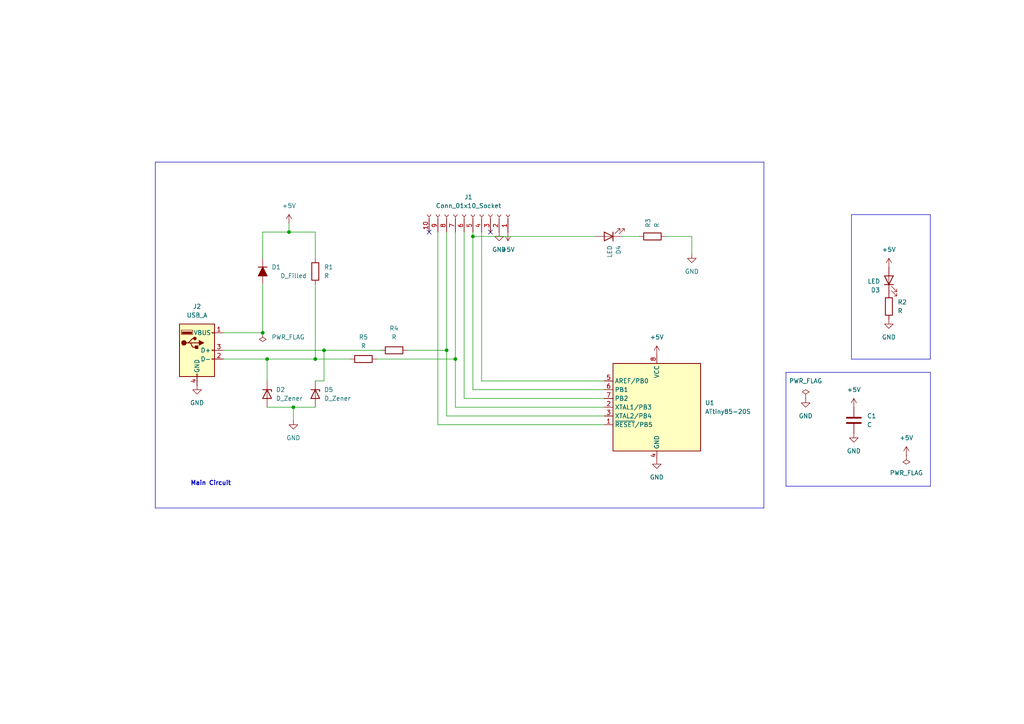
<source format=kicad_sch>
(kicad_sch
	(version 20231120)
	(generator "eeschema")
	(generator_version "8.0")
	(uuid "f2c20679-f28d-47ad-9191-2bfbde129570")
	(paper "A4")
	(title_block
		(date "2024-03-18")
		(rev "version Test2024")
		(company "UCC")
		(comment 1 "proyectoBase2024")
	)
	(lib_symbols
		(symbol "+5V_1"
			(power)
			(pin_names
				(offset 0)
			)
			(exclude_from_sim no)
			(in_bom yes)
			(on_board yes)
			(property "Reference" "#PWR"
				(at 0 -3.81 0)
				(effects
					(font
						(size 1.27 1.27)
					)
					(hide yes)
				)
			)
			(property "Value" "+5V_1"
				(at 0 3.556 0)
				(effects
					(font
						(size 1.27 1.27)
					)
				)
			)
			(property "Footprint" ""
				(at 0 0 0)
				(effects
					(font
						(size 1.27 1.27)
					)
					(hide yes)
				)
			)
			(property "Datasheet" ""
				(at 0 0 0)
				(effects
					(font
						(size 1.27 1.27)
					)
					(hide yes)
				)
			)
			(property "Description" "Power symbol creates a global label with name \"+5V\""
				(at 0 0 0)
				(effects
					(font
						(size 1.27 1.27)
					)
					(hide yes)
				)
			)
			(property "ki_keywords" "global power"
				(at 0 0 0)
				(effects
					(font
						(size 1.27 1.27)
					)
					(hide yes)
				)
			)
			(symbol "+5V_1_0_1"
				(polyline
					(pts
						(xy -0.762 1.27) (xy 0 2.54)
					)
					(stroke
						(width 0)
						(type default)
					)
					(fill
						(type none)
					)
				)
				(polyline
					(pts
						(xy 0 0) (xy 0 2.54)
					)
					(stroke
						(width 0)
						(type default)
					)
					(fill
						(type none)
					)
				)
				(polyline
					(pts
						(xy 0 2.54) (xy 0.762 1.27)
					)
					(stroke
						(width 0)
						(type default)
					)
					(fill
						(type none)
					)
				)
			)
			(symbol "+5V_1_1_1"
				(pin power_in line
					(at 0 0 90)
					(length 0) hide
					(name "+5V"
						(effects
							(font
								(size 1.27 1.27)
							)
						)
					)
					(number "1"
						(effects
							(font
								(size 1.27 1.27)
							)
						)
					)
				)
			)
		)
		(symbol "Connector:Conn_01x10_Socket"
			(pin_names
				(offset 1.016) hide)
			(exclude_from_sim no)
			(in_bom yes)
			(on_board yes)
			(property "Reference" "J"
				(at 0 12.7 0)
				(effects
					(font
						(size 1.27 1.27)
					)
				)
			)
			(property "Value" "Conn_01x10_Socket"
				(at 0 -15.24 0)
				(effects
					(font
						(size 1.27 1.27)
					)
				)
			)
			(property "Footprint" ""
				(at 0 0 0)
				(effects
					(font
						(size 1.27 1.27)
					)
					(hide yes)
				)
			)
			(property "Datasheet" "~"
				(at 0 0 0)
				(effects
					(font
						(size 1.27 1.27)
					)
					(hide yes)
				)
			)
			(property "Description" "Generic connector, single row, 01x10, script generated"
				(at 0 0 0)
				(effects
					(font
						(size 1.27 1.27)
					)
					(hide yes)
				)
			)
			(property "ki_locked" ""
				(at 0 0 0)
				(effects
					(font
						(size 1.27 1.27)
					)
				)
			)
			(property "ki_keywords" "connector"
				(at 0 0 0)
				(effects
					(font
						(size 1.27 1.27)
					)
					(hide yes)
				)
			)
			(property "ki_fp_filters" "Connector*:*_1x??_*"
				(at 0 0 0)
				(effects
					(font
						(size 1.27 1.27)
					)
					(hide yes)
				)
			)
			(symbol "Conn_01x10_Socket_1_1"
				(arc
					(start 0 -12.192)
					(mid -0.5058 -12.7)
					(end 0 -13.208)
					(stroke
						(width 0.1524)
						(type default)
					)
					(fill
						(type none)
					)
				)
				(arc
					(start 0 -9.652)
					(mid -0.5058 -10.16)
					(end 0 -10.668)
					(stroke
						(width 0.1524)
						(type default)
					)
					(fill
						(type none)
					)
				)
				(arc
					(start 0 -7.112)
					(mid -0.5058 -7.62)
					(end 0 -8.128)
					(stroke
						(width 0.1524)
						(type default)
					)
					(fill
						(type none)
					)
				)
				(arc
					(start 0 -4.572)
					(mid -0.5058 -5.08)
					(end 0 -5.588)
					(stroke
						(width 0.1524)
						(type default)
					)
					(fill
						(type none)
					)
				)
				(arc
					(start 0 -2.032)
					(mid -0.5058 -2.54)
					(end 0 -3.048)
					(stroke
						(width 0.1524)
						(type default)
					)
					(fill
						(type none)
					)
				)
				(polyline
					(pts
						(xy -1.27 -12.7) (xy -0.508 -12.7)
					)
					(stroke
						(width 0.1524)
						(type default)
					)
					(fill
						(type none)
					)
				)
				(polyline
					(pts
						(xy -1.27 -10.16) (xy -0.508 -10.16)
					)
					(stroke
						(width 0.1524)
						(type default)
					)
					(fill
						(type none)
					)
				)
				(polyline
					(pts
						(xy -1.27 -7.62) (xy -0.508 -7.62)
					)
					(stroke
						(width 0.1524)
						(type default)
					)
					(fill
						(type none)
					)
				)
				(polyline
					(pts
						(xy -1.27 -5.08) (xy -0.508 -5.08)
					)
					(stroke
						(width 0.1524)
						(type default)
					)
					(fill
						(type none)
					)
				)
				(polyline
					(pts
						(xy -1.27 -2.54) (xy -0.508 -2.54)
					)
					(stroke
						(width 0.1524)
						(type default)
					)
					(fill
						(type none)
					)
				)
				(polyline
					(pts
						(xy -1.27 0) (xy -0.508 0)
					)
					(stroke
						(width 0.1524)
						(type default)
					)
					(fill
						(type none)
					)
				)
				(polyline
					(pts
						(xy -1.27 2.54) (xy -0.508 2.54)
					)
					(stroke
						(width 0.1524)
						(type default)
					)
					(fill
						(type none)
					)
				)
				(polyline
					(pts
						(xy -1.27 5.08) (xy -0.508 5.08)
					)
					(stroke
						(width 0.1524)
						(type default)
					)
					(fill
						(type none)
					)
				)
				(polyline
					(pts
						(xy -1.27 7.62) (xy -0.508 7.62)
					)
					(stroke
						(width 0.1524)
						(type default)
					)
					(fill
						(type none)
					)
				)
				(polyline
					(pts
						(xy -1.27 10.16) (xy -0.508 10.16)
					)
					(stroke
						(width 0.1524)
						(type default)
					)
					(fill
						(type none)
					)
				)
				(arc
					(start 0 0.508)
					(mid -0.5058 0)
					(end 0 -0.508)
					(stroke
						(width 0.1524)
						(type default)
					)
					(fill
						(type none)
					)
				)
				(arc
					(start 0 3.048)
					(mid -0.5058 2.54)
					(end 0 2.032)
					(stroke
						(width 0.1524)
						(type default)
					)
					(fill
						(type none)
					)
				)
				(arc
					(start 0 5.588)
					(mid -0.5058 5.08)
					(end 0 4.572)
					(stroke
						(width 0.1524)
						(type default)
					)
					(fill
						(type none)
					)
				)
				(arc
					(start 0 8.128)
					(mid -0.5058 7.62)
					(end 0 7.112)
					(stroke
						(width 0.1524)
						(type default)
					)
					(fill
						(type none)
					)
				)
				(arc
					(start 0 10.668)
					(mid -0.5058 10.16)
					(end 0 9.652)
					(stroke
						(width 0.1524)
						(type default)
					)
					(fill
						(type none)
					)
				)
				(pin passive line
					(at -5.08 10.16 0)
					(length 3.81)
					(name "Pin_1"
						(effects
							(font
								(size 1.27 1.27)
							)
						)
					)
					(number "1"
						(effects
							(font
								(size 1.27 1.27)
							)
						)
					)
				)
				(pin passive line
					(at -5.08 -12.7 0)
					(length 3.81)
					(name "Pin_10"
						(effects
							(font
								(size 1.27 1.27)
							)
						)
					)
					(number "10"
						(effects
							(font
								(size 1.27 1.27)
							)
						)
					)
				)
				(pin passive line
					(at -5.08 7.62 0)
					(length 3.81)
					(name "Pin_2"
						(effects
							(font
								(size 1.27 1.27)
							)
						)
					)
					(number "2"
						(effects
							(font
								(size 1.27 1.27)
							)
						)
					)
				)
				(pin passive line
					(at -5.08 5.08 0)
					(length 3.81)
					(name "Pin_3"
						(effects
							(font
								(size 1.27 1.27)
							)
						)
					)
					(number "3"
						(effects
							(font
								(size 1.27 1.27)
							)
						)
					)
				)
				(pin passive line
					(at -5.08 2.54 0)
					(length 3.81)
					(name "Pin_4"
						(effects
							(font
								(size 1.27 1.27)
							)
						)
					)
					(number "4"
						(effects
							(font
								(size 1.27 1.27)
							)
						)
					)
				)
				(pin passive line
					(at -5.08 0 0)
					(length 3.81)
					(name "Pin_5"
						(effects
							(font
								(size 1.27 1.27)
							)
						)
					)
					(number "5"
						(effects
							(font
								(size 1.27 1.27)
							)
						)
					)
				)
				(pin passive line
					(at -5.08 -2.54 0)
					(length 3.81)
					(name "Pin_6"
						(effects
							(font
								(size 1.27 1.27)
							)
						)
					)
					(number "6"
						(effects
							(font
								(size 1.27 1.27)
							)
						)
					)
				)
				(pin passive line
					(at -5.08 -5.08 0)
					(length 3.81)
					(name "Pin_7"
						(effects
							(font
								(size 1.27 1.27)
							)
						)
					)
					(number "7"
						(effects
							(font
								(size 1.27 1.27)
							)
						)
					)
				)
				(pin passive line
					(at -5.08 -7.62 0)
					(length 3.81)
					(name "Pin_8"
						(effects
							(font
								(size 1.27 1.27)
							)
						)
					)
					(number "8"
						(effects
							(font
								(size 1.27 1.27)
							)
						)
					)
				)
				(pin passive line
					(at -5.08 -10.16 0)
					(length 3.81)
					(name "Pin_9"
						(effects
							(font
								(size 1.27 1.27)
							)
						)
					)
					(number "9"
						(effects
							(font
								(size 1.27 1.27)
							)
						)
					)
				)
			)
		)
		(symbol "Connector:USB_A"
			(pin_names
				(offset 1.016)
			)
			(exclude_from_sim no)
			(in_bom yes)
			(on_board yes)
			(property "Reference" "J2"
				(at 0 12.7 0)
				(effects
					(font
						(size 1.27 1.27)
					)
				)
			)
			(property "Value" "USB_A"
				(at 0 10.16 0)
				(effects
					(font
						(size 1.27 1.27)
					)
				)
			)
			(property "Footprint" ""
				(at 3.81 -1.27 0)
				(effects
					(font
						(size 1.27 1.27)
					)
					(hide yes)
				)
			)
			(property "Datasheet" " ~"
				(at 3.81 -1.27 0)
				(effects
					(font
						(size 1.27 1.27)
					)
					(hide yes)
				)
			)
			(property "Description" "USB Type A connector"
				(at 0 0 0)
				(effects
					(font
						(size 1.27 1.27)
					)
					(hide yes)
				)
			)
			(property "ki_keywords" "connector USB"
				(at 0 0 0)
				(effects
					(font
						(size 1.27 1.27)
					)
					(hide yes)
				)
			)
			(property "ki_fp_filters" "USB*"
				(at 0 0 0)
				(effects
					(font
						(size 1.27 1.27)
					)
					(hide yes)
				)
			)
			(symbol "USB_A_0_1"
				(rectangle
					(start -5.08 -7.62)
					(end 5.08 7.62)
					(stroke
						(width 0.254)
						(type default)
					)
					(fill
						(type background)
					)
				)
				(circle
					(center -3.81 2.159)
					(radius 0.635)
					(stroke
						(width 0.254)
						(type default)
					)
					(fill
						(type outline)
					)
				)
				(rectangle
					(start -1.524 4.826)
					(end -4.318 5.334)
					(stroke
						(width 0)
						(type default)
					)
					(fill
						(type outline)
					)
				)
				(rectangle
					(start -1.27 4.572)
					(end -4.572 5.842)
					(stroke
						(width 0)
						(type default)
					)
					(fill
						(type none)
					)
				)
				(circle
					(center -0.635 3.429)
					(radius 0.381)
					(stroke
						(width 0.254)
						(type default)
					)
					(fill
						(type outline)
					)
				)
				(rectangle
					(start -0.127 -7.62)
					(end 0.127 -6.858)
					(stroke
						(width 0)
						(type default)
					)
					(fill
						(type none)
					)
				)
				(polyline
					(pts
						(xy -3.175 2.159) (xy -2.54 2.159) (xy -1.27 3.429) (xy -0.635 3.429)
					)
					(stroke
						(width 0.254)
						(type default)
					)
					(fill
						(type none)
					)
				)
				(polyline
					(pts
						(xy -2.54 2.159) (xy -1.905 2.159) (xy -1.27 0.889) (xy 0 0.889)
					)
					(stroke
						(width 0.254)
						(type default)
					)
					(fill
						(type none)
					)
				)
				(polyline
					(pts
						(xy 0.635 2.794) (xy 0.635 1.524) (xy 1.905 2.159) (xy 0.635 2.794)
					)
					(stroke
						(width 0.254)
						(type default)
					)
					(fill
						(type outline)
					)
				)
				(rectangle
					(start 0.254 1.27)
					(end -0.508 0.508)
					(stroke
						(width 0.254)
						(type default)
					)
					(fill
						(type outline)
					)
				)
				(rectangle
					(start 5.08 -2.667)
					(end 4.318 -2.413)
					(stroke
						(width 0)
						(type default)
					)
					(fill
						(type none)
					)
				)
				(rectangle
					(start 5.08 -0.127)
					(end 4.318 0.127)
					(stroke
						(width 0)
						(type default)
					)
					(fill
						(type none)
					)
				)
				(rectangle
					(start 5.08 4.953)
					(end 4.318 5.207)
					(stroke
						(width 0)
						(type default)
					)
					(fill
						(type none)
					)
				)
			)
			(symbol "USB_A_1_1"
				(polyline
					(pts
						(xy -1.905 2.159) (xy 0.635 2.159)
					)
					(stroke
						(width 0.254)
						(type default)
					)
					(fill
						(type none)
					)
				)
				(pin power_in line
					(at 7.62 5.08 180)
					(length 2.54)
					(name "VBUS"
						(effects
							(font
								(size 1.27 1.27)
							)
						)
					)
					(number "1"
						(effects
							(font
								(size 1.27 1.27)
							)
						)
					)
				)
				(pin bidirectional line
					(at 7.62 -2.54 180)
					(length 2.54)
					(name "D-"
						(effects
							(font
								(size 1.27 1.27)
							)
						)
					)
					(number "2"
						(effects
							(font
								(size 1.27 1.27)
							)
						)
					)
				)
				(pin bidirectional line
					(at 7.62 0 180)
					(length 2.54)
					(name "D+"
						(effects
							(font
								(size 1.27 1.27)
							)
						)
					)
					(number "3"
						(effects
							(font
								(size 1.27 1.27)
							)
						)
					)
				)
				(pin power_in line
					(at 0 -10.16 90)
					(length 2.54)
					(name "GND"
						(effects
							(font
								(size 1.27 1.27)
							)
						)
					)
					(number "4"
						(effects
							(font
								(size 1.27 1.27)
							)
						)
					)
				)
			)
		)
		(symbol "D_Filled_1"
			(pin_numbers hide)
			(pin_names
				(offset 1.016) hide)
			(exclude_from_sim no)
			(in_bom yes)
			(on_board yes)
			(property "Reference" "D"
				(at 0 2.54 0)
				(effects
					(font
						(size 1.27 1.27)
					)
				)
			)
			(property "Value" "D_Filled"
				(at 0 -2.54 0)
				(effects
					(font
						(size 1.27 1.27)
					)
				)
			)
			(property "Footprint" ""
				(at 0 0 0)
				(effects
					(font
						(size 1.27 1.27)
					)
					(hide yes)
				)
			)
			(property "Datasheet" "~"
				(at 0 0 0)
				(effects
					(font
						(size 1.27 1.27)
					)
					(hide yes)
				)
			)
			(property "Description" "Diode, filled shape"
				(at 0 0 0)
				(effects
					(font
						(size 1.27 1.27)
					)
					(hide yes)
				)
			)
			(property "Sim.Device" "D"
				(at 0 0 0)
				(effects
					(font
						(size 1.27 1.27)
					)
					(hide yes)
				)
			)
			(property "Sim.Pins" "1=K 2=A"
				(at 0 0 0)
				(effects
					(font
						(size 1.27 1.27)
					)
					(hide yes)
				)
			)
			(property "ki_keywords" "diode"
				(at 0 0 0)
				(effects
					(font
						(size 1.27 1.27)
					)
					(hide yes)
				)
			)
			(property "ki_fp_filters" "TO-???* *_Diode_* *SingleDiode* D_*"
				(at 0 0 0)
				(effects
					(font
						(size 1.27 1.27)
					)
					(hide yes)
				)
			)
			(symbol "D_Filled_1_0_1"
				(polyline
					(pts
						(xy -1.27 1.27) (xy -1.27 -1.27)
					)
					(stroke
						(width 0.254)
						(type default)
					)
					(fill
						(type none)
					)
				)
				(polyline
					(pts
						(xy 1.27 0) (xy -1.27 0)
					)
					(stroke
						(width 0)
						(type default)
					)
					(fill
						(type none)
					)
				)
				(polyline
					(pts
						(xy 1.27 1.27) (xy 1.27 -1.27) (xy -1.27 0) (xy 1.27 1.27)
					)
					(stroke
						(width 0.254)
						(type default)
					)
					(fill
						(type outline)
					)
				)
			)
			(symbol "D_Filled_1_1_1"
				(pin passive line
					(at -3.81 0 0)
					(length 2.54)
					(name "K"
						(effects
							(font
								(size 1.27 1.27)
							)
						)
					)
					(number "1"
						(effects
							(font
								(size 1.27 1.27)
							)
						)
					)
				)
				(pin passive line
					(at 3.81 0 180)
					(length 2.54)
					(name "A"
						(effects
							(font
								(size 1.27 1.27)
							)
						)
					)
					(number "2"
						(effects
							(font
								(size 1.27 1.27)
							)
						)
					)
				)
			)
		)
		(symbol "Device:C"
			(pin_numbers hide)
			(pin_names
				(offset 0.254)
			)
			(exclude_from_sim no)
			(in_bom yes)
			(on_board yes)
			(property "Reference" "C"
				(at 0.635 2.54 0)
				(effects
					(font
						(size 1.27 1.27)
					)
					(justify left)
				)
			)
			(property "Value" "C"
				(at 0.635 -2.54 0)
				(effects
					(font
						(size 1.27 1.27)
					)
					(justify left)
				)
			)
			(property "Footprint" ""
				(at 0.9652 -3.81 0)
				(effects
					(font
						(size 1.27 1.27)
					)
					(hide yes)
				)
			)
			(property "Datasheet" "~"
				(at 0 0 0)
				(effects
					(font
						(size 1.27 1.27)
					)
					(hide yes)
				)
			)
			(property "Description" "Unpolarized capacitor"
				(at 0 0 0)
				(effects
					(font
						(size 1.27 1.27)
					)
					(hide yes)
				)
			)
			(property "ki_keywords" "cap capacitor"
				(at 0 0 0)
				(effects
					(font
						(size 1.27 1.27)
					)
					(hide yes)
				)
			)
			(property "ki_fp_filters" "C_*"
				(at 0 0 0)
				(effects
					(font
						(size 1.27 1.27)
					)
					(hide yes)
				)
			)
			(symbol "C_0_1"
				(polyline
					(pts
						(xy -2.032 -0.762) (xy 2.032 -0.762)
					)
					(stroke
						(width 0.508)
						(type default)
					)
					(fill
						(type none)
					)
				)
				(polyline
					(pts
						(xy -2.032 0.762) (xy 2.032 0.762)
					)
					(stroke
						(width 0.508)
						(type default)
					)
					(fill
						(type none)
					)
				)
			)
			(symbol "C_1_1"
				(pin passive line
					(at 0 3.81 270)
					(length 2.794)
					(name "~"
						(effects
							(font
								(size 1.27 1.27)
							)
						)
					)
					(number "1"
						(effects
							(font
								(size 1.27 1.27)
							)
						)
					)
				)
				(pin passive line
					(at 0 -3.81 90)
					(length 2.794)
					(name "~"
						(effects
							(font
								(size 1.27 1.27)
							)
						)
					)
					(number "2"
						(effects
							(font
								(size 1.27 1.27)
							)
						)
					)
				)
			)
		)
		(symbol "Device:D_Zener"
			(pin_numbers hide)
			(pin_names
				(offset 1.016) hide)
			(exclude_from_sim no)
			(in_bom yes)
			(on_board yes)
			(property "Reference" "D"
				(at 0 2.54 0)
				(effects
					(font
						(size 1.27 1.27)
					)
				)
			)
			(property "Value" "D_Zener"
				(at 0 -2.54 0)
				(effects
					(font
						(size 1.27 1.27)
					)
				)
			)
			(property "Footprint" ""
				(at 0 0 0)
				(effects
					(font
						(size 1.27 1.27)
					)
					(hide yes)
				)
			)
			(property "Datasheet" "~"
				(at 0 0 0)
				(effects
					(font
						(size 1.27 1.27)
					)
					(hide yes)
				)
			)
			(property "Description" "Zener diode"
				(at 0 0 0)
				(effects
					(font
						(size 1.27 1.27)
					)
					(hide yes)
				)
			)
			(property "ki_keywords" "diode"
				(at 0 0 0)
				(effects
					(font
						(size 1.27 1.27)
					)
					(hide yes)
				)
			)
			(property "ki_fp_filters" "TO-???* *_Diode_* *SingleDiode* D_*"
				(at 0 0 0)
				(effects
					(font
						(size 1.27 1.27)
					)
					(hide yes)
				)
			)
			(symbol "D_Zener_0_1"
				(polyline
					(pts
						(xy 1.27 0) (xy -1.27 0)
					)
					(stroke
						(width 0)
						(type default)
					)
					(fill
						(type none)
					)
				)
				(polyline
					(pts
						(xy -1.27 -1.27) (xy -1.27 1.27) (xy -0.762 1.27)
					)
					(stroke
						(width 0.254)
						(type default)
					)
					(fill
						(type none)
					)
				)
				(polyline
					(pts
						(xy 1.27 -1.27) (xy 1.27 1.27) (xy -1.27 0) (xy 1.27 -1.27)
					)
					(stroke
						(width 0.254)
						(type default)
					)
					(fill
						(type none)
					)
				)
			)
			(symbol "D_Zener_1_1"
				(pin passive line
					(at -3.81 0 0)
					(length 2.54)
					(name "K"
						(effects
							(font
								(size 1.27 1.27)
							)
						)
					)
					(number "1"
						(effects
							(font
								(size 1.27 1.27)
							)
						)
					)
				)
				(pin passive line
					(at 3.81 0 180)
					(length 2.54)
					(name "A"
						(effects
							(font
								(size 1.27 1.27)
							)
						)
					)
					(number "2"
						(effects
							(font
								(size 1.27 1.27)
							)
						)
					)
				)
			)
		)
		(symbol "Device:LED"
			(pin_numbers hide)
			(pin_names
				(offset 1.016) hide)
			(exclude_from_sim no)
			(in_bom yes)
			(on_board yes)
			(property "Reference" "D"
				(at 0 2.54 0)
				(effects
					(font
						(size 1.27 1.27)
					)
				)
			)
			(property "Value" "LED"
				(at 0 -2.54 0)
				(effects
					(font
						(size 1.27 1.27)
					)
				)
			)
			(property "Footprint" ""
				(at 0 0 0)
				(effects
					(font
						(size 1.27 1.27)
					)
					(hide yes)
				)
			)
			(property "Datasheet" "~"
				(at 0 0 0)
				(effects
					(font
						(size 1.27 1.27)
					)
					(hide yes)
				)
			)
			(property "Description" "Light emitting diode"
				(at 0 0 0)
				(effects
					(font
						(size 1.27 1.27)
					)
					(hide yes)
				)
			)
			(property "ki_keywords" "LED diode"
				(at 0 0 0)
				(effects
					(font
						(size 1.27 1.27)
					)
					(hide yes)
				)
			)
			(property "ki_fp_filters" "LED* LED_SMD:* LED_THT:*"
				(at 0 0 0)
				(effects
					(font
						(size 1.27 1.27)
					)
					(hide yes)
				)
			)
			(symbol "LED_0_1"
				(polyline
					(pts
						(xy -1.27 -1.27) (xy -1.27 1.27)
					)
					(stroke
						(width 0.254)
						(type default)
					)
					(fill
						(type none)
					)
				)
				(polyline
					(pts
						(xy -1.27 0) (xy 1.27 0)
					)
					(stroke
						(width 0)
						(type default)
					)
					(fill
						(type none)
					)
				)
				(polyline
					(pts
						(xy 1.27 -1.27) (xy 1.27 1.27) (xy -1.27 0) (xy 1.27 -1.27)
					)
					(stroke
						(width 0.254)
						(type default)
					)
					(fill
						(type none)
					)
				)
				(polyline
					(pts
						(xy -3.048 -0.762) (xy -4.572 -2.286) (xy -3.81 -2.286) (xy -4.572 -2.286) (xy -4.572 -1.524)
					)
					(stroke
						(width 0)
						(type default)
					)
					(fill
						(type none)
					)
				)
				(polyline
					(pts
						(xy -1.778 -0.762) (xy -3.302 -2.286) (xy -2.54 -2.286) (xy -3.302 -2.286) (xy -3.302 -1.524)
					)
					(stroke
						(width 0)
						(type default)
					)
					(fill
						(type none)
					)
				)
			)
			(symbol "LED_1_1"
				(pin passive line
					(at -3.81 0 0)
					(length 2.54)
					(name "K"
						(effects
							(font
								(size 1.27 1.27)
							)
						)
					)
					(number "1"
						(effects
							(font
								(size 1.27 1.27)
							)
						)
					)
				)
				(pin passive line
					(at 3.81 0 180)
					(length 2.54)
					(name "A"
						(effects
							(font
								(size 1.27 1.27)
							)
						)
					)
					(number "2"
						(effects
							(font
								(size 1.27 1.27)
							)
						)
					)
				)
			)
		)
		(symbol "Device:R"
			(pin_numbers hide)
			(pin_names
				(offset 0)
			)
			(exclude_from_sim no)
			(in_bom yes)
			(on_board yes)
			(property "Reference" "R"
				(at 2.032 0 90)
				(effects
					(font
						(size 1.27 1.27)
					)
				)
			)
			(property "Value" "R"
				(at 0 0 90)
				(effects
					(font
						(size 1.27 1.27)
					)
				)
			)
			(property "Footprint" ""
				(at -1.778 0 90)
				(effects
					(font
						(size 1.27 1.27)
					)
					(hide yes)
				)
			)
			(property "Datasheet" "~"
				(at 0 0 0)
				(effects
					(font
						(size 1.27 1.27)
					)
					(hide yes)
				)
			)
			(property "Description" "Resistor"
				(at 0 0 0)
				(effects
					(font
						(size 1.27 1.27)
					)
					(hide yes)
				)
			)
			(property "ki_keywords" "R res resistor"
				(at 0 0 0)
				(effects
					(font
						(size 1.27 1.27)
					)
					(hide yes)
				)
			)
			(property "ki_fp_filters" "R_*"
				(at 0 0 0)
				(effects
					(font
						(size 1.27 1.27)
					)
					(hide yes)
				)
			)
			(symbol "R_0_1"
				(rectangle
					(start -1.016 -2.54)
					(end 1.016 2.54)
					(stroke
						(width 0.254)
						(type default)
					)
					(fill
						(type none)
					)
				)
			)
			(symbol "R_1_1"
				(pin passive line
					(at 0 3.81 270)
					(length 1.27)
					(name "~"
						(effects
							(font
								(size 1.27 1.27)
							)
						)
					)
					(number "1"
						(effects
							(font
								(size 1.27 1.27)
							)
						)
					)
				)
				(pin passive line
					(at 0 -3.81 90)
					(length 1.27)
					(name "~"
						(effects
							(font
								(size 1.27 1.27)
							)
						)
					)
					(number "2"
						(effects
							(font
								(size 1.27 1.27)
							)
						)
					)
				)
			)
		)
		(symbol "GND_1"
			(power)
			(pin_names
				(offset 0)
			)
			(exclude_from_sim no)
			(in_bom yes)
			(on_board yes)
			(property "Reference" "#PWR"
				(at 0 -6.35 0)
				(effects
					(font
						(size 1.27 1.27)
					)
					(hide yes)
				)
			)
			(property "Value" "GND_1"
				(at 0 -3.81 0)
				(effects
					(font
						(size 1.27 1.27)
					)
				)
			)
			(property "Footprint" ""
				(at 0 0 0)
				(effects
					(font
						(size 1.27 1.27)
					)
					(hide yes)
				)
			)
			(property "Datasheet" ""
				(at 0 0 0)
				(effects
					(font
						(size 1.27 1.27)
					)
					(hide yes)
				)
			)
			(property "Description" "Power symbol creates a global label with name \"GND\" , ground"
				(at 0 0 0)
				(effects
					(font
						(size 1.27 1.27)
					)
					(hide yes)
				)
			)
			(property "ki_keywords" "global power"
				(at 0 0 0)
				(effects
					(font
						(size 1.27 1.27)
					)
					(hide yes)
				)
			)
			(symbol "GND_1_0_1"
				(polyline
					(pts
						(xy 0 0) (xy 0 -1.27) (xy 1.27 -1.27) (xy 0 -2.54) (xy -1.27 -1.27) (xy 0 -1.27)
					)
					(stroke
						(width 0)
						(type default)
					)
					(fill
						(type none)
					)
				)
			)
			(symbol "GND_1_1_1"
				(pin power_in line
					(at 0 0 270)
					(length 0) hide
					(name "GND"
						(effects
							(font
								(size 1.27 1.27)
							)
						)
					)
					(number "1"
						(effects
							(font
								(size 1.27 1.27)
							)
						)
					)
				)
			)
		)
		(symbol "MCU_Microchip_ATtiny:ATtiny85-20S"
			(exclude_from_sim no)
			(in_bom yes)
			(on_board yes)
			(property "Reference" "U"
				(at -12.7 13.97 0)
				(effects
					(font
						(size 1.27 1.27)
					)
					(justify left bottom)
				)
			)
			(property "Value" "ATtiny85-20S"
				(at 2.54 -13.97 0)
				(effects
					(font
						(size 1.27 1.27)
					)
					(justify left top)
				)
			)
			(property "Footprint" "Package_SO:SOIC-8W_5.3x5.3mm_P1.27mm"
				(at 0 0 0)
				(effects
					(font
						(size 1.27 1.27)
						(italic yes)
					)
					(hide yes)
				)
			)
			(property "Datasheet" "http://ww1.microchip.com/downloads/en/DeviceDoc/atmel-2586-avr-8-bit-microcontroller-attiny25-attiny45-attiny85_datasheet.pdf"
				(at 0 0 0)
				(effects
					(font
						(size 1.27 1.27)
					)
					(hide yes)
				)
			)
			(property "Description" "20MHz, 8kB Flash, 512B SRAM, 512B EEPROM, debugWIRE, SOIC-8W"
				(at 0 0 0)
				(effects
					(font
						(size 1.27 1.27)
					)
					(hide yes)
				)
			)
			(property "ki_keywords" "AVR 8bit Microcontroller tinyAVR"
				(at 0 0 0)
				(effects
					(font
						(size 1.27 1.27)
					)
					(hide yes)
				)
			)
			(property "ki_fp_filters" "SOIC*5.3x5.3mm*P1.27mm*"
				(at 0 0 0)
				(effects
					(font
						(size 1.27 1.27)
					)
					(hide yes)
				)
			)
			(symbol "ATtiny85-20S_0_1"
				(rectangle
					(start -12.7 -12.7)
					(end 12.7 12.7)
					(stroke
						(width 0.254)
						(type default)
					)
					(fill
						(type background)
					)
				)
			)
			(symbol "ATtiny85-20S_1_1"
				(pin bidirectional line
					(at 15.24 -5.08 180)
					(length 2.54)
					(name "~{RESET}/PB5"
						(effects
							(font
								(size 1.27 1.27)
							)
						)
					)
					(number "1"
						(effects
							(font
								(size 1.27 1.27)
							)
						)
					)
				)
				(pin bidirectional line
					(at 15.24 0 180)
					(length 2.54)
					(name "XTAL1/PB3"
						(effects
							(font
								(size 1.27 1.27)
							)
						)
					)
					(number "2"
						(effects
							(font
								(size 1.27 1.27)
							)
						)
					)
				)
				(pin bidirectional line
					(at 15.24 -2.54 180)
					(length 2.54)
					(name "XTAL2/PB4"
						(effects
							(font
								(size 1.27 1.27)
							)
						)
					)
					(number "3"
						(effects
							(font
								(size 1.27 1.27)
							)
						)
					)
				)
				(pin power_in line
					(at 0 -15.24 90)
					(length 2.54)
					(name "GND"
						(effects
							(font
								(size 1.27 1.27)
							)
						)
					)
					(number "4"
						(effects
							(font
								(size 1.27 1.27)
							)
						)
					)
				)
				(pin bidirectional line
					(at 15.24 7.62 180)
					(length 2.54)
					(name "AREF/PB0"
						(effects
							(font
								(size 1.27 1.27)
							)
						)
					)
					(number "5"
						(effects
							(font
								(size 1.27 1.27)
							)
						)
					)
				)
				(pin bidirectional line
					(at 15.24 5.08 180)
					(length 2.54)
					(name "PB1"
						(effects
							(font
								(size 1.27 1.27)
							)
						)
					)
					(number "6"
						(effects
							(font
								(size 1.27 1.27)
							)
						)
					)
				)
				(pin bidirectional line
					(at 15.24 2.54 180)
					(length 2.54)
					(name "PB2"
						(effects
							(font
								(size 1.27 1.27)
							)
						)
					)
					(number "7"
						(effects
							(font
								(size 1.27 1.27)
							)
						)
					)
				)
				(pin power_in line
					(at 0 15.24 270)
					(length 2.54)
					(name "VCC"
						(effects
							(font
								(size 1.27 1.27)
							)
						)
					)
					(number "8"
						(effects
							(font
								(size 1.27 1.27)
							)
						)
					)
				)
			)
		)
		(symbol "PWR_FLAG_1"
			(power)
			(pin_numbers hide)
			(pin_names
				(offset 0) hide)
			(exclude_from_sim no)
			(in_bom yes)
			(on_board yes)
			(property "Reference" "#FLG"
				(at 0 1.905 0)
				(effects
					(font
						(size 1.27 1.27)
					)
					(hide yes)
				)
			)
			(property "Value" "PWR_FLAG_1"
				(at 0 3.81 0)
				(effects
					(font
						(size 1.27 1.27)
					)
				)
			)
			(property "Footprint" ""
				(at 0 0 0)
				(effects
					(font
						(size 1.27 1.27)
					)
					(hide yes)
				)
			)
			(property "Datasheet" "~"
				(at 0 0 0)
				(effects
					(font
						(size 1.27 1.27)
					)
					(hide yes)
				)
			)
			(property "Description" "Special symbol for telling ERC where power comes from"
				(at 0 0 0)
				(effects
					(font
						(size 1.27 1.27)
					)
					(hide yes)
				)
			)
			(property "ki_keywords" "flag power"
				(at 0 0 0)
				(effects
					(font
						(size 1.27 1.27)
					)
					(hide yes)
				)
			)
			(symbol "PWR_FLAG_1_0_0"
				(pin power_out line
					(at 0 0 90)
					(length 0)
					(name "pwr"
						(effects
							(font
								(size 1.27 1.27)
							)
						)
					)
					(number "1"
						(effects
							(font
								(size 1.27 1.27)
							)
						)
					)
				)
			)
			(symbol "PWR_FLAG_1_0_1"
				(polyline
					(pts
						(xy 0 0) (xy 0 1.27) (xy -1.016 1.905) (xy 0 2.54) (xy 1.016 1.905) (xy 0 1.27)
					)
					(stroke
						(width 0)
						(type default)
					)
					(fill
						(type none)
					)
				)
			)
		)
		(symbol "power:+5V"
			(power)
			(pin_numbers hide)
			(pin_names
				(offset 0) hide)
			(exclude_from_sim no)
			(in_bom yes)
			(on_board yes)
			(property "Reference" "#PWR"
				(at 0 -3.81 0)
				(effects
					(font
						(size 1.27 1.27)
					)
					(hide yes)
				)
			)
			(property "Value" "+5V"
				(at 0 3.556 0)
				(effects
					(font
						(size 1.27 1.27)
					)
				)
			)
			(property "Footprint" ""
				(at 0 0 0)
				(effects
					(font
						(size 1.27 1.27)
					)
					(hide yes)
				)
			)
			(property "Datasheet" ""
				(at 0 0 0)
				(effects
					(font
						(size 1.27 1.27)
					)
					(hide yes)
				)
			)
			(property "Description" "Power symbol creates a global label with name \"+5V\""
				(at 0 0 0)
				(effects
					(font
						(size 1.27 1.27)
					)
					(hide yes)
				)
			)
			(property "ki_keywords" "global power"
				(at 0 0 0)
				(effects
					(font
						(size 1.27 1.27)
					)
					(hide yes)
				)
			)
			(symbol "+5V_0_1"
				(polyline
					(pts
						(xy -0.762 1.27) (xy 0 2.54)
					)
					(stroke
						(width 0)
						(type default)
					)
					(fill
						(type none)
					)
				)
				(polyline
					(pts
						(xy 0 0) (xy 0 2.54)
					)
					(stroke
						(width 0)
						(type default)
					)
					(fill
						(type none)
					)
				)
				(polyline
					(pts
						(xy 0 2.54) (xy 0.762 1.27)
					)
					(stroke
						(width 0)
						(type default)
					)
					(fill
						(type none)
					)
				)
			)
			(symbol "+5V_1_1"
				(pin power_in line
					(at 0 0 90)
					(length 0)
					(name "~"
						(effects
							(font
								(size 1.27 1.27)
							)
						)
					)
					(number "1"
						(effects
							(font
								(size 1.27 1.27)
							)
						)
					)
				)
			)
		)
		(symbol "power:GND"
			(power)
			(pin_numbers hide)
			(pin_names
				(offset 0) hide)
			(exclude_from_sim no)
			(in_bom yes)
			(on_board yes)
			(property "Reference" "#PWR"
				(at 0 -6.35 0)
				(effects
					(font
						(size 1.27 1.27)
					)
					(hide yes)
				)
			)
			(property "Value" "GND"
				(at 0 -3.81 0)
				(effects
					(font
						(size 1.27 1.27)
					)
				)
			)
			(property "Footprint" ""
				(at 0 0 0)
				(effects
					(font
						(size 1.27 1.27)
					)
					(hide yes)
				)
			)
			(property "Datasheet" ""
				(at 0 0 0)
				(effects
					(font
						(size 1.27 1.27)
					)
					(hide yes)
				)
			)
			(property "Description" "Power symbol creates a global label with name \"GND\" , ground"
				(at 0 0 0)
				(effects
					(font
						(size 1.27 1.27)
					)
					(hide yes)
				)
			)
			(property "ki_keywords" "global power"
				(at 0 0 0)
				(effects
					(font
						(size 1.27 1.27)
					)
					(hide yes)
				)
			)
			(symbol "GND_0_1"
				(polyline
					(pts
						(xy 0 0) (xy 0 -1.27) (xy 1.27 -1.27) (xy 0 -2.54) (xy -1.27 -1.27) (xy 0 -1.27)
					)
					(stroke
						(width 0)
						(type default)
					)
					(fill
						(type none)
					)
				)
			)
			(symbol "GND_1_1"
				(pin power_in line
					(at 0 0 270)
					(length 0)
					(name "~"
						(effects
							(font
								(size 1.27 1.27)
							)
						)
					)
					(number "1"
						(effects
							(font
								(size 1.27 1.27)
							)
						)
					)
				)
			)
		)
		(symbol "power:PWR_FLAG"
			(power)
			(pin_numbers hide)
			(pin_names
				(offset 0) hide)
			(exclude_from_sim no)
			(in_bom yes)
			(on_board yes)
			(property "Reference" "#FLG"
				(at 0 1.905 0)
				(effects
					(font
						(size 1.27 1.27)
					)
					(hide yes)
				)
			)
			(property "Value" "PWR_FLAG"
				(at 0 3.81 0)
				(effects
					(font
						(size 1.27 1.27)
					)
				)
			)
			(property "Footprint" ""
				(at 0 0 0)
				(effects
					(font
						(size 1.27 1.27)
					)
					(hide yes)
				)
			)
			(property "Datasheet" "~"
				(at 0 0 0)
				(effects
					(font
						(size 1.27 1.27)
					)
					(hide yes)
				)
			)
			(property "Description" "Special symbol for telling ERC where power comes from"
				(at 0 0 0)
				(effects
					(font
						(size 1.27 1.27)
					)
					(hide yes)
				)
			)
			(property "ki_keywords" "flag power"
				(at 0 0 0)
				(effects
					(font
						(size 1.27 1.27)
					)
					(hide yes)
				)
			)
			(symbol "PWR_FLAG_0_0"
				(pin power_out line
					(at 0 0 90)
					(length 0)
					(name "~"
						(effects
							(font
								(size 1.27 1.27)
							)
						)
					)
					(number "1"
						(effects
							(font
								(size 1.27 1.27)
							)
						)
					)
				)
			)
			(symbol "PWR_FLAG_0_1"
				(polyline
					(pts
						(xy 0 0) (xy 0 1.27) (xy -1.016 1.905) (xy 0 2.54) (xy 1.016 1.905) (xy 0 1.27)
					)
					(stroke
						(width 0)
						(type default)
					)
					(fill
						(type none)
					)
				)
			)
		)
	)
	(junction
		(at 129.54 101.6)
		(diameter 0)
		(color 0 0 0 0)
		(uuid "20dc037d-83a5-4998-8787-f90c70e7ba0a")
	)
	(junction
		(at 83.82 67.31)
		(diameter 0)
		(color 0 0 0 0)
		(uuid "45e23898-725d-4312-9589-842bbc39b85b")
	)
	(junction
		(at 85.09 118.11)
		(diameter 0)
		(color 0 0 0 0)
		(uuid "465fb929-9ec4-4317-b520-d998b1016f72")
	)
	(junction
		(at 132.08 104.14)
		(diameter 0)
		(color 0 0 0 0)
		(uuid "561a3edd-647b-4c48-942e-ab8164a2b89a")
	)
	(junction
		(at 93.98 101.6)
		(diameter 0)
		(color 0 0 0 0)
		(uuid "7d36e606-599e-495d-9379-e966faa46648")
	)
	(junction
		(at 77.47 104.14)
		(diameter 0)
		(color 0 0 0 0)
		(uuid "99558b79-d28f-4aa7-9474-18174b721536")
	)
	(junction
		(at 76.2 96.52)
		(diameter 0)
		(color 0 0 0 0)
		(uuid "c21c631f-066b-4729-8789-1468c6246fa5")
	)
	(junction
		(at 137.16 68.58)
		(diameter 0)
		(color 0 0 0 0)
		(uuid "f504c0d8-bce1-4605-b7a8-88a61cbb2e08")
	)
	(junction
		(at 91.44 104.14)
		(diameter 0)
		(color 0 0 0 0)
		(uuid "f56f66d1-c0e9-4a38-95c0-112e753c30aa")
	)
	(no_connect
		(at 142.24 67.31)
		(uuid "27e0acd1-f394-4aea-8ba9-318387323d05")
	)
	(no_connect
		(at 124.46 67.31)
		(uuid "97b5cfea-8be1-4dce-a18e-094489e86a4e")
	)
	(polyline
		(pts
			(xy 45.0342 147.3454) (xy 45.0342 47.0154)
		)
		(stroke
			(width 0)
			(type default)
		)
		(uuid "12c67071-fe67-4f47-a0ca-3ef1ab2bc966")
	)
	(wire
		(pts
			(xy 175.26 110.49) (xy 139.7 110.49)
		)
		(stroke
			(width 0)
			(type default)
		)
		(uuid "18a853a8-3053-4292-a7c0-9ac980eda1e4")
	)
	(polyline
		(pts
			(xy 221.5642 47.0154) (xy 221.5642 147.3454)
		)
		(stroke
			(width 0)
			(type default)
		)
		(uuid "1f5f82f7-3c3e-40e2-9a00-ce83a042d5ac")
	)
	(wire
		(pts
			(xy 77.47 104.14) (xy 77.47 110.49)
		)
		(stroke
			(width 0)
			(type default)
		)
		(uuid "22fb79d5-b4a2-4050-af6e-262b15b793df")
	)
	(wire
		(pts
			(xy 200.66 68.58) (xy 193.04 68.58)
		)
		(stroke
			(width 0)
			(type default)
		)
		(uuid "2c4e0848-1644-414b-9ede-4a65a1e48db0")
	)
	(wire
		(pts
			(xy 83.82 64.77) (xy 83.82 67.31)
		)
		(stroke
			(width 0)
			(type default)
		)
		(uuid "410248ad-2904-4812-8d85-850535af93ee")
	)
	(wire
		(pts
			(xy 91.44 82.55) (xy 91.44 104.14)
		)
		(stroke
			(width 0)
			(type default)
		)
		(uuid "4585b9cb-17b8-46ef-9686-c892492aaa9b")
	)
	(wire
		(pts
			(xy 180.34 68.58) (xy 185.42 68.58)
		)
		(stroke
			(width 0)
			(type default)
		)
		(uuid "4b2956e4-d8f3-45c2-9dbc-d6ca6a2054a9")
	)
	(wire
		(pts
			(xy 76.2 67.31) (xy 76.2 74.93)
		)
		(stroke
			(width 0)
			(type default)
		)
		(uuid "4c2df597-1210-449c-9045-650fb6953e19")
	)
	(polyline
		(pts
			(xy 269.8242 62.2554) (xy 269.8242 104.1654)
		)
		(stroke
			(width 0)
			(type default)
		)
		(uuid "4eb3e81b-c3fe-4e85-853e-9ce32520e02d")
	)
	(wire
		(pts
			(xy 175.26 115.57) (xy 134.62 115.57)
		)
		(stroke
			(width 0)
			(type default)
		)
		(uuid "4f789214-6f17-465a-b801-dc0972ba0ead")
	)
	(wire
		(pts
			(xy 137.16 68.58) (xy 137.16 113.03)
		)
		(stroke
			(width 0)
			(type default)
		)
		(uuid "5563b078-4bd2-4332-ba68-c89b6c065315")
	)
	(wire
		(pts
			(xy 127 67.31) (xy 127 123.19)
		)
		(stroke
			(width 0)
			(type default)
		)
		(uuid "58602876-68c1-4de0-b9b2-c11fd633db18")
	)
	(wire
		(pts
			(xy 76.2 82.55) (xy 76.2 96.52)
		)
		(stroke
			(width 0)
			(type default)
		)
		(uuid "5b6b5dba-3917-40d4-bbf8-70e7cdcc5500")
	)
	(polyline
		(pts
			(xy 227.965 108.0008) (xy 269.875 108.0008)
		)
		(stroke
			(width 0)
			(type default)
		)
		(uuid "654c2277-b153-442b-b460-0cc1001e1bfe")
	)
	(wire
		(pts
			(xy 91.44 74.93) (xy 91.44 67.31)
		)
		(stroke
			(width 0)
			(type default)
		)
		(uuid "665d1084-3d66-40eb-90e9-0b52b7697f60")
	)
	(wire
		(pts
			(xy 91.44 104.14) (xy 101.6 104.14)
		)
		(stroke
			(width 0)
			(type default)
		)
		(uuid "66f5b4f7-76d7-4c5e-a06a-5016d1b38e92")
	)
	(wire
		(pts
			(xy 137.16 68.58) (xy 172.72 68.58)
		)
		(stroke
			(width 0)
			(type default)
		)
		(uuid "6a48dd3c-063f-40bb-8969-1ef64774613f")
	)
	(wire
		(pts
			(xy 175.26 120.65) (xy 129.54 120.65)
		)
		(stroke
			(width 0)
			(type default)
		)
		(uuid "6ef127c4-63a7-41d5-9425-17a8912d1592")
	)
	(polyline
		(pts
			(xy 269.8242 104.1654) (xy 246.9642 104.1654)
		)
		(stroke
			(width 0)
			(type default)
		)
		(uuid "73b21d52-5af1-4324-ac82-7fc4e93bc07a")
	)
	(wire
		(pts
			(xy 132.08 118.11) (xy 175.26 118.11)
		)
		(stroke
			(width 0)
			(type default)
		)
		(uuid "770b75d4-152a-4297-9c7c-c832a1a85003")
	)
	(wire
		(pts
			(xy 64.77 96.52) (xy 76.2 96.52)
		)
		(stroke
			(width 0)
			(type default)
		)
		(uuid "7a41b495-a93d-44e3-9a42-42b4e906bed8")
	)
	(polyline
		(pts
			(xy 227.965 141.0208) (xy 227.965 108.0008)
		)
		(stroke
			(width 0)
			(type default)
		)
		(uuid "7b5ddeea-8245-4000-8222-3f545ae9a1f4")
	)
	(polyline
		(pts
			(xy 221.5642 147.3454) (xy 45.0342 147.3454)
		)
		(stroke
			(width 0)
			(type default)
		)
		(uuid "7ebb2a4f-8cb5-40c6-9206-e43704b68921")
	)
	(wire
		(pts
			(xy 137.16 67.31) (xy 137.16 68.58)
		)
		(stroke
			(width 0)
			(type default)
		)
		(uuid "80d00c4f-4d8f-49a4-991c-6d3650381286")
	)
	(wire
		(pts
			(xy 118.11 101.6) (xy 129.54 101.6)
		)
		(stroke
			(width 0)
			(type default)
		)
		(uuid "845370e3-673c-48c6-8082-605ffa765cf1")
	)
	(wire
		(pts
			(xy 132.08 104.14) (xy 132.08 118.11)
		)
		(stroke
			(width 0)
			(type default)
		)
		(uuid "88bd25cc-aa59-440b-8db8-bfd1cba892c5")
	)
	(wire
		(pts
			(xy 91.44 67.31) (xy 83.82 67.31)
		)
		(stroke
			(width 0)
			(type default)
		)
		(uuid "8de918df-97f3-401f-978b-270bad6ea405")
	)
	(wire
		(pts
			(xy 200.66 73.66) (xy 200.66 68.58)
		)
		(stroke
			(width 0)
			(type default)
		)
		(uuid "8fcb0ccc-1b76-4a8b-96dd-4fd515d23787")
	)
	(wire
		(pts
			(xy 77.47 104.14) (xy 91.44 104.14)
		)
		(stroke
			(width 0)
			(type default)
		)
		(uuid "92abcf65-0d42-4f11-b138-231c57073d25")
	)
	(wire
		(pts
			(xy 134.62 115.57) (xy 134.62 67.31)
		)
		(stroke
			(width 0)
			(type default)
		)
		(uuid "94473b74-38c0-4039-8ccf-faf841ee2534")
	)
	(wire
		(pts
			(xy 91.44 110.49) (xy 93.98 110.49)
		)
		(stroke
			(width 0)
			(type default)
		)
		(uuid "aa8196c1-3905-4114-82e9-60a0b97adc2e")
	)
	(wire
		(pts
			(xy 64.77 101.6) (xy 93.98 101.6)
		)
		(stroke
			(width 0)
			(type default)
		)
		(uuid "acf6cd89-6963-4c4f-9325-e0da829bef3a")
	)
	(wire
		(pts
			(xy 93.98 110.49) (xy 93.98 101.6)
		)
		(stroke
			(width 0)
			(type default)
		)
		(uuid "aeb0ad9c-ef61-4195-9a1d-8d8192202ce0")
	)
	(wire
		(pts
			(xy 83.82 67.31) (xy 76.2 67.31)
		)
		(stroke
			(width 0)
			(type default)
		)
		(uuid "b11c46b5-30da-4c8b-87c3-78881e57a632")
	)
	(wire
		(pts
			(xy 93.98 101.6) (xy 110.49 101.6)
		)
		(stroke
			(width 0)
			(type default)
		)
		(uuid "b71cfd9b-66d0-4c30-aa93-c29eb4ba994d")
	)
	(wire
		(pts
			(xy 77.47 118.11) (xy 85.09 118.11)
		)
		(stroke
			(width 0)
			(type default)
		)
		(uuid "bc612300-a6fc-4677-83a1-f280b3536edb")
	)
	(wire
		(pts
			(xy 132.08 67.31) (xy 132.08 104.14)
		)
		(stroke
			(width 0)
			(type default)
		)
		(uuid "bd8d9075-dfa5-4f87-bd7a-2ded61fa0cd9")
	)
	(wire
		(pts
			(xy 137.16 113.03) (xy 175.26 113.03)
		)
		(stroke
			(width 0)
			(type default)
		)
		(uuid "bdd6a6c5-59b9-4329-83ad-1c3b894280bc")
	)
	(wire
		(pts
			(xy 139.7 110.49) (xy 139.7 67.31)
		)
		(stroke
			(width 0)
			(type default)
		)
		(uuid "c0cc25f9-cfea-4457-a63d-0aaa4a7e30e7")
	)
	(polyline
		(pts
			(xy 246.9642 104.1654) (xy 246.9642 62.2554)
		)
		(stroke
			(width 0)
			(type default)
		)
		(uuid "c289a2e8-800f-459f-8e02-e4181254dd67")
	)
	(polyline
		(pts
			(xy 246.9642 62.2554) (xy 269.8242 62.2554)
		)
		(stroke
			(width 0)
			(type default)
		)
		(uuid "c5196035-626d-4878-af78-a964605d27be")
	)
	(wire
		(pts
			(xy 129.54 67.31) (xy 129.54 101.6)
		)
		(stroke
			(width 0)
			(type default)
		)
		(uuid "ca49c986-9501-4ac1-ab96-686e336b4399")
	)
	(wire
		(pts
			(xy 64.77 104.14) (xy 77.47 104.14)
		)
		(stroke
			(width 0)
			(type default)
		)
		(uuid "d4633a0a-fa36-4554-9ea9-af5307099f53")
	)
	(wire
		(pts
			(xy 109.22 104.14) (xy 132.08 104.14)
		)
		(stroke
			(width 0)
			(type default)
		)
		(uuid "d53ba539-4bdd-4406-bd5e-dd0d9d750fe1")
	)
	(wire
		(pts
			(xy 85.09 118.11) (xy 91.44 118.11)
		)
		(stroke
			(width 0)
			(type default)
		)
		(uuid "e5f44353-bbfb-4ce8-a2dc-2928837f6c23")
	)
	(wire
		(pts
			(xy 85.09 118.11) (xy 85.09 121.92)
		)
		(stroke
			(width 0)
			(type default)
		)
		(uuid "e6de9514-341d-4e77-8947-3d0dca5e1682")
	)
	(polyline
		(pts
			(xy 269.875 108.0008) (xy 269.875 141.0208)
		)
		(stroke
			(width 0)
			(type default)
		)
		(uuid "eaa8bceb-f274-422b-90fd-fe4877b72009")
	)
	(polyline
		(pts
			(xy 45.0342 47.0154) (xy 221.5642 47.0154)
		)
		(stroke
			(width 0)
			(type default)
		)
		(uuid "ed367599-b43c-449a-9a14-78d4b79558be")
	)
	(polyline
		(pts
			(xy 269.875 141.0208) (xy 227.965 141.0208)
		)
		(stroke
			(width 0)
			(type default)
		)
		(uuid "f518fdf6-0ceb-48a0-bbc6-ad5fd27a602e")
	)
	(wire
		(pts
			(xy 127 123.19) (xy 175.26 123.19)
		)
		(stroke
			(width 0)
			(type default)
		)
		(uuid "f9f928bb-d397-469f-adf9-b2da41c4a7bb")
	)
	(wire
		(pts
			(xy 129.54 101.6) (xy 129.54 120.65)
		)
		(stroke
			(width 0)
			(type default)
		)
		(uuid "fc5700a6-6355-4f75-a511-c55863ef4d0e")
	)
	(text "Main Circuit"
		(exclude_from_sim no)
		(at 55.1942 140.9954 0)
		(effects
			(font
				(size 1.27 1.27)
				(thickness 0.254)
				(bold yes)
			)
			(justify left bottom)
		)
		(uuid "39ea4496-1b44-485f-ab4a-73accbcc9f99")
	)
	(symbol
		(lib_id "power:+5V")
		(at 247.65 118.11 0)
		(unit 1)
		(exclude_from_sim no)
		(in_bom yes)
		(on_board yes)
		(dnp no)
		(fields_autoplaced yes)
		(uuid "000f5b81-c9a0-4ff6-b40a-d5bdb5fec2c3")
		(property "Reference" "#PWR03"
			(at 247.65 121.92 0)
			(effects
				(font
					(size 1.27 1.27)
				)
				(hide yes)
			)
		)
		(property "Value" "+5V"
			(at 247.65 113.03 0)
			(effects
				(font
					(size 1.27 1.27)
				)
			)
		)
		(property "Footprint" ""
			(at 247.65 118.11 0)
			(effects
				(font
					(size 1.27 1.27)
				)
				(hide yes)
			)
		)
		(property "Datasheet" ""
			(at 247.65 118.11 0)
			(effects
				(font
					(size 1.27 1.27)
				)
				(hide yes)
			)
		)
		(property "Description" "Power symbol creates a global label with name \"+5V\""
			(at 247.65 118.11 0)
			(effects
				(font
					(size 1.27 1.27)
				)
				(hide yes)
			)
		)
		(pin "1"
			(uuid "0b23ddde-f25c-4db1-8779-50287a97c8f8")
		)
		(instances
			(project ""
				(path "/f2c20679-f28d-47ad-9191-2bfbde129570"
					(reference "#PWR03")
					(unit 1)
				)
			)
		)
	)
	(symbol
		(lib_id "Device:LED")
		(at 257.81 81.28 90)
		(unit 1)
		(exclude_from_sim no)
		(in_bom yes)
		(on_board yes)
		(dnp no)
		(uuid "10997108-4d28-41d5-89fd-26fd3e77510d")
		(property "Reference" "D3"
			(at 255.27 84.1375 90)
			(effects
				(font
					(size 1.27 1.27)
				)
				(justify left)
			)
		)
		(property "Value" "LED"
			(at 255.27 81.5975 90)
			(effects
				(font
					(size 1.27 1.27)
				)
				(justify left)
			)
		)
		(property "Footprint" "ledSmd:ledSMD"
			(at 257.81 81.28 0)
			(effects
				(font
					(size 1.27 1.27)
				)
				(hide yes)
			)
		)
		(property "Datasheet" "~"
			(at 257.81 81.28 0)
			(effects
				(font
					(size 1.27 1.27)
				)
				(hide yes)
			)
		)
		(property "Description" ""
			(at 257.81 81.28 0)
			(effects
				(font
					(size 1.27 1.27)
				)
				(hide yes)
			)
		)
		(pin "1"
			(uuid "5fdbb483-66f9-4384-8395-149ad1d2495b")
		)
		(pin "2"
			(uuid "d69da8c4-b4ec-4af5-a00c-745dacc97d94")
		)
		(instances
			(project "UccMicroDuino"
				(path "/f2c20679-f28d-47ad-9191-2bfbde129570"
					(reference "D3")
					(unit 1)
				)
			)
		)
	)
	(symbol
		(lib_id "power:+5V")
		(at 262.89 132.08 0)
		(unit 1)
		(exclude_from_sim no)
		(in_bom yes)
		(on_board yes)
		(dnp no)
		(fields_autoplaced yes)
		(uuid "151c1efd-2b61-4f5a-9628-0ee439b3c29e")
		(property "Reference" "#PWR04"
			(at 262.89 135.89 0)
			(effects
				(font
					(size 1.27 1.27)
				)
				(hide yes)
			)
		)
		(property "Value" "+5V"
			(at 262.89 127 0)
			(effects
				(font
					(size 1.27 1.27)
				)
			)
		)
		(property "Footprint" ""
			(at 262.89 132.08 0)
			(effects
				(font
					(size 1.27 1.27)
				)
				(hide yes)
			)
		)
		(property "Datasheet" ""
			(at 262.89 132.08 0)
			(effects
				(font
					(size 1.27 1.27)
				)
				(hide yes)
			)
		)
		(property "Description" "Power symbol creates a global label with name \"+5V\""
			(at 262.89 132.08 0)
			(effects
				(font
					(size 1.27 1.27)
				)
				(hide yes)
			)
		)
		(pin "1"
			(uuid "5034c3c9-2ad7-4280-9951-beebc70972c6")
		)
		(instances
			(project ""
				(path "/f2c20679-f28d-47ad-9191-2bfbde129570"
					(reference "#PWR04")
					(unit 1)
				)
			)
		)
	)
	(symbol
		(lib_id "power:GND")
		(at 247.65 125.73 0)
		(unit 1)
		(exclude_from_sim no)
		(in_bom yes)
		(on_board yes)
		(dnp no)
		(fields_autoplaced yes)
		(uuid "1a071bd3-35df-4eb5-b36d-630aa556c7b7")
		(property "Reference" "#PWR06"
			(at 247.65 132.08 0)
			(effects
				(font
					(size 1.27 1.27)
				)
				(hide yes)
			)
		)
		(property "Value" "GND"
			(at 247.65 130.81 0)
			(effects
				(font
					(size 1.27 1.27)
				)
			)
		)
		(property "Footprint" ""
			(at 247.65 125.73 0)
			(effects
				(font
					(size 1.27 1.27)
				)
				(hide yes)
			)
		)
		(property "Datasheet" ""
			(at 247.65 125.73 0)
			(effects
				(font
					(size 1.27 1.27)
				)
				(hide yes)
			)
		)
		(property "Description" "Power symbol creates a global label with name \"GND\" , ground"
			(at 247.65 125.73 0)
			(effects
				(font
					(size 1.27 1.27)
				)
				(hide yes)
			)
		)
		(pin "1"
			(uuid "dcc5da83-79d7-4be8-9265-979a665a522b")
		)
		(instances
			(project ""
				(path "/f2c20679-f28d-47ad-9191-2bfbde129570"
					(reference "#PWR06")
					(unit 1)
				)
			)
		)
	)
	(symbol
		(lib_id "Device:R")
		(at 91.44 78.74 0)
		(unit 1)
		(exclude_from_sim no)
		(in_bom yes)
		(on_board yes)
		(dnp no)
		(fields_autoplaced yes)
		(uuid "1ad09e81-a9e6-4168-ab8f-f6dc88a2ffca")
		(property "Reference" "R1"
			(at 93.98 77.47 0)
			(effects
				(font
					(size 1.27 1.27)
				)
				(justify left)
			)
		)
		(property "Value" "R"
			(at 93.98 80.01 0)
			(effects
				(font
					(size 1.27 1.27)
				)
				(justify left)
			)
		)
		(property "Footprint" "Resistor_SMD:R_0805_2012Metric_Pad1.20x1.40mm_HandSolder"
			(at 89.662 78.74 90)
			(effects
				(font
					(size 1.27 1.27)
				)
				(hide yes)
			)
		)
		(property "Datasheet" "~"
			(at 91.44 78.74 0)
			(effects
				(font
					(size 1.27 1.27)
				)
				(hide yes)
			)
		)
		(property "Description" ""
			(at 91.44 78.74 0)
			(effects
				(font
					(size 1.27 1.27)
				)
				(hide yes)
			)
		)
		(pin "1"
			(uuid "4e7abc82-5fea-48c4-8ea1-9a8328442143")
		)
		(pin "2"
			(uuid "3db91e4f-0f11-4f40-b079-d1b1281a631f")
		)
		(instances
			(project "Clase 1"
				(path "/e763c805-2d98-46c7-a7c5-10a127323b27"
					(reference "R1")
					(unit 1)
				)
			)
			(project "UccMicroDuino"
				(path "/f2c20679-f28d-47ad-9191-2bfbde129570"
					(reference "R1")
					(unit 1)
				)
			)
		)
	)
	(symbol
		(lib_id "Device:D_Zener")
		(at 77.47 114.3 270)
		(unit 1)
		(exclude_from_sim no)
		(in_bom yes)
		(on_board yes)
		(dnp no)
		(fields_autoplaced yes)
		(uuid "25411291-d1c6-47f7-b371-c9e89490bee3")
		(property "Reference" "D1"
			(at 80.01 113.03 90)
			(effects
				(font
					(size 1.27 1.27)
				)
				(justify left)
			)
		)
		(property "Value" "D_Zener"
			(at 80.01 115.57 90)
			(effects
				(font
					(size 1.27 1.27)
				)
				(justify left)
			)
		)
		(property "Footprint" "Diode_SMD:D_SOD-123"
			(at 77.47 114.3 0)
			(effects
				(font
					(size 1.27 1.27)
				)
				(hide yes)
			)
		)
		(property "Datasheet" "~"
			(at 77.47 114.3 0)
			(effects
				(font
					(size 1.27 1.27)
				)
				(hide yes)
			)
		)
		(property "Description" ""
			(at 77.47 114.3 0)
			(effects
				(font
					(size 1.27 1.27)
				)
				(hide yes)
			)
		)
		(pin "1"
			(uuid "c2a5c4c6-90e3-41f9-bb4f-be5a750c86cd")
		)
		(pin "2"
			(uuid "82b98da4-5a87-49ee-9494-960aaf8dd2a7")
		)
		(instances
			(project "Clase 1"
				(path "/e763c805-2d98-46c7-a7c5-10a127323b27"
					(reference "D1")
					(unit 1)
				)
			)
			(project "UccMicroDuino"
				(path "/f2c20679-f28d-47ad-9191-2bfbde129570"
					(reference "D2")
					(unit 1)
				)
			)
		)
	)
	(symbol
		(lib_id "MCU_Microchip_ATtiny:ATtiny85-20S")
		(at 190.5 118.11 0)
		(mirror y)
		(unit 1)
		(exclude_from_sim no)
		(in_bom yes)
		(on_board yes)
		(dnp no)
		(uuid "333f0dac-2da2-4252-b55d-20da165172bb")
		(property "Reference" "U2"
			(at 204.47 116.8399 0)
			(effects
				(font
					(size 1.27 1.27)
				)
				(justify right)
			)
		)
		(property "Value" "ATtiny85-20S"
			(at 204.47 119.3799 0)
			(effects
				(font
					(size 1.27 1.27)
				)
				(justify right)
			)
		)
		(property "Footprint" "Package_SO:SOIC-8W_5.3x5.3mm_P1.27mm"
			(at 190.5 118.11 0)
			(effects
				(font
					(size 1.27 1.27)
					(italic yes)
				)
				(hide yes)
			)
		)
		(property "Datasheet" "http://ww1.microchip.com/downloads/en/DeviceDoc/atmel-2586-avr-8-bit-microcontroller-attiny25-attiny45-attiny85_datasheet.pdf"
			(at 190.5 118.11 0)
			(effects
				(font
					(size 1.27 1.27)
				)
				(hide yes)
			)
		)
		(property "Description" ""
			(at 190.5 118.11 0)
			(effects
				(font
					(size 1.27 1.27)
				)
				(hide yes)
			)
		)
		(pin "1"
			(uuid "f2c6d99f-a285-4a32-9cf2-5bf45904140f")
		)
		(pin "2"
			(uuid "b9f90a70-edd7-4fde-a922-a51230db7c64")
		)
		(pin "3"
			(uuid "54d1a8d6-83c8-4e70-8a22-6566cdd95966")
		)
		(pin "4"
			(uuid "5f554262-1a2a-4923-a8d6-fc00c2151943")
		)
		(pin "5"
			(uuid "ef4cd162-704a-4bac-864e-d0916bfe95c8")
		)
		(pin "6"
			(uuid "e0e0d17a-c138-4d68-a5f5-9153c0e1693f")
		)
		(pin "7"
			(uuid "9186f3a7-8d84-48cb-88f1-ea069232b715")
		)
		(pin "8"
			(uuid "3b673756-5089-4995-a6dc-25a2b5f6e068")
		)
		(instances
			(project "Clase 1"
				(path "/e763c805-2d98-46c7-a7c5-10a127323b27"
					(reference "U2")
					(unit 1)
				)
			)
			(project "UccMicroDuino"
				(path "/f2c20679-f28d-47ad-9191-2bfbde129570"
					(reference "U1")
					(unit 1)
				)
			)
		)
	)
	(symbol
		(lib_id "Device:R")
		(at 189.23 68.58 90)
		(unit 1)
		(exclude_from_sim no)
		(in_bom yes)
		(on_board yes)
		(dnp no)
		(uuid "3bc01d6d-958b-4e3e-a38c-908425b58b6a")
		(property "Reference" "R3"
			(at 187.9599 66.04 0)
			(effects
				(font
					(size 1.27 1.27)
				)
				(justify left)
			)
		)
		(property "Value" "R"
			(at 190.4999 66.04 0)
			(effects
				(font
					(size 1.27 1.27)
				)
				(justify left)
			)
		)
		(property "Footprint" ""
			(at 189.23 70.358 90)
			(effects
				(font
					(size 1.27 1.27)
				)
				(hide yes)
			)
		)
		(property "Datasheet" "~"
			(at 189.23 68.58 0)
			(effects
				(font
					(size 1.27 1.27)
				)
				(hide yes)
			)
		)
		(property "Description" "Resistor"
			(at 189.23 68.58 0)
			(effects
				(font
					(size 1.27 1.27)
				)
				(hide yes)
			)
		)
		(pin "1"
			(uuid "a9e564be-43ec-49a9-a8ca-6fd285dd33e0")
		)
		(pin "2"
			(uuid "99e8277d-736a-413a-a4f1-eb9445693447")
		)
		(instances
			(project ""
				(path "/f2c20679-f28d-47ad-9191-2bfbde129570"
					(reference "R3")
					(unit 1)
				)
			)
		)
	)
	(symbol
		(lib_id "Connector:Conn_01x10_Socket")
		(at 137.16 62.23 270)
		(mirror x)
		(unit 1)
		(exclude_from_sim no)
		(in_bom yes)
		(on_board yes)
		(dnp no)
		(uuid "43f917b8-7bd2-489e-9718-7e0381f2a8f7")
		(property "Reference" "J2"
			(at 135.89 57.15 90)
			(effects
				(font
					(size 1.27 1.27)
				)
			)
		)
		(property "Value" "Conn_01x10_Socket"
			(at 135.89 59.69 90)
			(effects
				(font
					(size 1.27 1.27)
				)
			)
		)
		(property "Footprint" "Connector_PinHeader_2.54mm:PinHeader_1x10_P2.54mm_Vertical"
			(at 137.16 62.23 0)
			(effects
				(font
					(size 1.27 1.27)
				)
				(hide yes)
			)
		)
		(property "Datasheet" "~"
			(at 137.16 62.23 0)
			(effects
				(font
					(size 1.27 1.27)
				)
				(hide yes)
			)
		)
		(property "Description" ""
			(at 137.16 62.23 0)
			(effects
				(font
					(size 1.27 1.27)
				)
				(hide yes)
			)
		)
		(pin "1"
			(uuid "1ad0d284-548c-4c27-9f7e-6f1172cb046b")
		)
		(pin "10"
			(uuid "e88daa34-602c-4e83-9427-aa0dd966ad52")
		)
		(pin "2"
			(uuid "e12f72ec-aa3b-41cf-891c-1a1f2a061f30")
		)
		(pin "3"
			(uuid "cba46278-8e26-49e2-8a18-5c836a1efa69")
		)
		(pin "4"
			(uuid "c31609c3-304a-459d-9a65-5e52e0cdc51e")
		)
		(pin "5"
			(uuid "475d861d-1e74-4dcb-8bc4-ca5faa9d7e3c")
		)
		(pin "6"
			(uuid "fd1a89f4-a391-4977-947d-86409a468e99")
		)
		(pin "7"
			(uuid "4c7918ac-0fb5-45a4-a45d-18f6587b7827")
		)
		(pin "8"
			(uuid "6e9bf377-8b2f-4ca8-9138-4ed8fc92d4db")
		)
		(pin "9"
			(uuid "128fffcc-ce30-4610-bcf0-b122dc043ef6")
		)
		(instances
			(project "Clase 1"
				(path "/e763c805-2d98-46c7-a7c5-10a127323b27"
					(reference "J2")
					(unit 1)
				)
			)
			(project "UccMicroDuino"
				(path "/f2c20679-f28d-47ad-9191-2bfbde129570"
					(reference "J1")
					(unit 1)
				)
			)
		)
	)
	(symbol
		(lib_name "PWR_FLAG_1")
		(lib_id "power:PWR_FLAG")
		(at 76.2 96.52 180)
		(unit 1)
		(exclude_from_sim no)
		(in_bom yes)
		(on_board yes)
		(dnp no)
		(fields_autoplaced yes)
		(uuid "49fc92b4-28bb-410a-802d-2152d1c93b0d")
		(property "Reference" "#FLG02"
			(at 76.2 98.425 0)
			(effects
				(font
					(size 1.27 1.27)
				)
				(hide yes)
			)
		)
		(property "Value" "PWR_FLAG"
			(at 78.74 97.7899 0)
			(effects
				(font
					(size 1.27 1.27)
				)
				(justify right)
			)
		)
		(property "Footprint" ""
			(at 76.2 96.52 0)
			(effects
				(font
					(size 1.27 1.27)
				)
				(hide yes)
			)
		)
		(property "Datasheet" "~"
			(at 76.2 96.52 0)
			(effects
				(font
					(size 1.27 1.27)
				)
				(hide yes)
			)
		)
		(property "Description" ""
			(at 76.2 96.52 0)
			(effects
				(font
					(size 1.27 1.27)
				)
				(hide yes)
			)
		)
		(pin "1"
			(uuid "80b08540-bb28-4931-98de-b1716fd072d2")
		)
		(instances
			(project "Clase 1"
				(path "/e763c805-2d98-46c7-a7c5-10a127323b27"
					(reference "#FLG02")
					(unit 1)
				)
			)
			(project "UccMicroDuino"
				(path "/f2c20679-f28d-47ad-9191-2bfbde129570"
					(reference "#FLG01")
					(unit 1)
				)
			)
		)
	)
	(symbol
		(lib_id "power:GND")
		(at 233.68 115.57 0)
		(unit 1)
		(exclude_from_sim no)
		(in_bom yes)
		(on_board yes)
		(dnp no)
		(fields_autoplaced yes)
		(uuid "5638f037-2e24-4019-8ebe-faa43e6197ca")
		(property "Reference" "#PWR05"
			(at 233.68 121.92 0)
			(effects
				(font
					(size 1.27 1.27)
				)
				(hide yes)
			)
		)
		(property "Value" "GND"
			(at 233.68 120.65 0)
			(effects
				(font
					(size 1.27 1.27)
				)
			)
		)
		(property "Footprint" ""
			(at 233.68 115.57 0)
			(effects
				(font
					(size 1.27 1.27)
				)
				(hide yes)
			)
		)
		(property "Datasheet" ""
			(at 233.68 115.57 0)
			(effects
				(font
					(size 1.27 1.27)
				)
				(hide yes)
			)
		)
		(property "Description" "Power symbol creates a global label with name \"GND\" , ground"
			(at 233.68 115.57 0)
			(effects
				(font
					(size 1.27 1.27)
				)
				(hide yes)
			)
		)
		(pin "1"
			(uuid "a3e987ac-ed26-49a2-8508-acb42c7da555")
		)
		(instances
			(project ""
				(path "/f2c20679-f28d-47ad-9191-2bfbde129570"
					(reference "#PWR05")
					(unit 1)
				)
			)
		)
	)
	(symbol
		(lib_id "power:GND")
		(at 85.09 121.92 0)
		(unit 1)
		(exclude_from_sim no)
		(in_bom yes)
		(on_board yes)
		(dnp no)
		(fields_autoplaced yes)
		(uuid "653a0919-e5b8-4a55-87ec-8f2a66706fda")
		(property "Reference" "#PWR014"
			(at 85.09 128.27 0)
			(effects
				(font
					(size 1.27 1.27)
				)
				(hide yes)
			)
		)
		(property "Value" "GND"
			(at 85.09 127 0)
			(effects
				(font
					(size 1.27 1.27)
				)
			)
		)
		(property "Footprint" ""
			(at 85.09 121.92 0)
			(effects
				(font
					(size 1.27 1.27)
				)
				(hide yes)
			)
		)
		(property "Datasheet" ""
			(at 85.09 121.92 0)
			(effects
				(font
					(size 1.27 1.27)
				)
				(hide yes)
			)
		)
		(property "Description" "Power symbol creates a global label with name \"GND\" , ground"
			(at 85.09 121.92 0)
			(effects
				(font
					(size 1.27 1.27)
				)
				(hide yes)
			)
		)
		(pin "1"
			(uuid "4212208b-be99-46e3-b172-3aa315a8345d")
		)
		(instances
			(project ""
				(path "/f2c20679-f28d-47ad-9191-2bfbde129570"
					(reference "#PWR014")
					(unit 1)
				)
			)
		)
	)
	(symbol
		(lib_id "power:GND")
		(at 200.66 73.66 0)
		(unit 1)
		(exclude_from_sim no)
		(in_bom yes)
		(on_board yes)
		(dnp no)
		(fields_autoplaced yes)
		(uuid "6595bea6-5964-4eca-93d0-d489346b207d")
		(property "Reference" "#PWR08"
			(at 200.66 80.01 0)
			(effects
				(font
					(size 1.27 1.27)
				)
				(hide yes)
			)
		)
		(property "Value" "GND"
			(at 200.66 78.74 0)
			(effects
				(font
					(size 1.27 1.27)
				)
			)
		)
		(property "Footprint" ""
			(at 200.66 73.66 0)
			(effects
				(font
					(size 1.27 1.27)
				)
				(hide yes)
			)
		)
		(property "Datasheet" ""
			(at 200.66 73.66 0)
			(effects
				(font
					(size 1.27 1.27)
				)
				(hide yes)
			)
		)
		(property "Description" "Power symbol creates a global label with name \"GND\" , ground"
			(at 200.66 73.66 0)
			(effects
				(font
					(size 1.27 1.27)
				)
				(hide yes)
			)
		)
		(pin "1"
			(uuid "0e42504a-5dc8-4b25-9650-2734d49fce38")
		)
		(instances
			(project ""
				(path "/f2c20679-f28d-47ad-9191-2bfbde129570"
					(reference "#PWR08")
					(unit 1)
				)
			)
		)
	)
	(symbol
		(lib_id "power:+5V")
		(at 190.5 102.87 0)
		(unit 1)
		(exclude_from_sim no)
		(in_bom yes)
		(on_board yes)
		(dnp no)
		(fields_autoplaced yes)
		(uuid "686d46b6-f09d-4c39-a809-5e1f706ee80a")
		(property "Reference" "#PWR09"
			(at 190.5 106.68 0)
			(effects
				(font
					(size 1.27 1.27)
				)
				(hide yes)
			)
		)
		(property "Value" "+5V"
			(at 190.5 97.79 0)
			(effects
				(font
					(size 1.27 1.27)
				)
			)
		)
		(property "Footprint" ""
			(at 190.5 102.87 0)
			(effects
				(font
					(size 1.27 1.27)
				)
				(hide yes)
			)
		)
		(property "Datasheet" ""
			(at 190.5 102.87 0)
			(effects
				(font
					(size 1.27 1.27)
				)
				(hide yes)
			)
		)
		(property "Description" "Power symbol creates a global label with name \"+5V\""
			(at 190.5 102.87 0)
			(effects
				(font
					(size 1.27 1.27)
				)
				(hide yes)
			)
		)
		(pin "1"
			(uuid "4f630bbb-ba5a-4a1a-8867-14c6c7db3417")
		)
		(instances
			(project ""
				(path "/f2c20679-f28d-47ad-9191-2bfbde129570"
					(reference "#PWR09")
					(unit 1)
				)
			)
		)
	)
	(symbol
		(lib_id "Device:D_Zener")
		(at 91.44 114.3 270)
		(unit 1)
		(exclude_from_sim no)
		(in_bom yes)
		(on_board yes)
		(dnp no)
		(fields_autoplaced yes)
		(uuid "6d6cb7df-b767-4996-abfa-08feefde5b85")
		(property "Reference" "D5"
			(at 93.98 113.03 90)
			(effects
				(font
					(size 1.27 1.27)
				)
				(justify left)
			)
		)
		(property "Value" "D_Zener"
			(at 93.98 115.57 90)
			(effects
				(font
					(size 1.27 1.27)
				)
				(justify left)
			)
		)
		(property "Footprint" "Diode_SMD:D_SOD-123"
			(at 91.44 114.3 0)
			(effects
				(font
					(size 1.27 1.27)
				)
				(hide yes)
			)
		)
		(property "Datasheet" "~"
			(at 91.44 114.3 0)
			(effects
				(font
					(size 1.27 1.27)
				)
				(hide yes)
			)
		)
		(property "Description" ""
			(at 91.44 114.3 0)
			(effects
				(font
					(size 1.27 1.27)
				)
				(hide yes)
			)
		)
		(pin "1"
			(uuid "52229993-7af0-4dba-ac11-04d69de8bd55")
		)
		(pin "2"
			(uuid "779850ca-0a2f-4323-9c3f-a2fae60050d8")
		)
		(instances
			(project "UccMicroDuino"
				(path "/f2c20679-f28d-47ad-9191-2bfbde129570"
					(reference "D5")
					(unit 1)
				)
			)
		)
	)
	(symbol
		(lib_id "power:+5V")
		(at 147.32 67.31 180)
		(unit 1)
		(exclude_from_sim no)
		(in_bom yes)
		(on_board yes)
		(dnp no)
		(fields_autoplaced yes)
		(uuid "72b15ee6-0da9-4e41-a3b8-3c4dd0df426c")
		(property "Reference" "#PWR012"
			(at 147.32 63.5 0)
			(effects
				(font
					(size 1.27 1.27)
				)
				(hide yes)
			)
		)
		(property "Value" "+5V"
			(at 147.32 72.39 0)
			(effects
				(font
					(size 1.27 1.27)
				)
			)
		)
		(property "Footprint" ""
			(at 147.32 67.31 0)
			(effects
				(font
					(size 1.27 1.27)
				)
				(hide yes)
			)
		)
		(property "Datasheet" ""
			(at 147.32 67.31 0)
			(effects
				(font
					(size 1.27 1.27)
				)
				(hide yes)
			)
		)
		(property "Description" "Power symbol creates a global label with name \"+5V\""
			(at 147.32 67.31 0)
			(effects
				(font
					(size 1.27 1.27)
				)
				(hide yes)
			)
		)
		(pin "1"
			(uuid "6481585b-8e9f-4a43-a8c6-1af70a8e6ee1")
		)
		(instances
			(project ""
				(path "/f2c20679-f28d-47ad-9191-2bfbde129570"
					(reference "#PWR012")
					(unit 1)
				)
			)
		)
	)
	(symbol
		(lib_id "Connector:USB_A")
		(at 57.15 101.6 0)
		(unit 1)
		(exclude_from_sim no)
		(in_bom yes)
		(on_board yes)
		(dnp no)
		(fields_autoplaced yes)
		(uuid "77930420-63c6-4391-9ed3-fb6ce2bbc1cf")
		(property "Reference" "J2"
			(at 57.15 88.9 0)
			(effects
				(font
					(size 1.27 1.27)
				)
			)
		)
		(property "Value" "USB_A"
			(at 57.15 91.44 0)
			(effects
				(font
					(size 1.27 1.27)
				)
			)
		)
		(property "Footprint" "embeddedPcbUsb:USB_A_UCC"
			(at 60.96 102.87 0)
			(effects
				(font
					(size 1.27 1.27)
				)
				(hide yes)
			)
		)
		(property "Datasheet" " ~"
			(at 60.96 102.87 0)
			(effects
				(font
					(size 1.27 1.27)
				)
				(hide yes)
			)
		)
		(property "Description" ""
			(at 57.15 101.6 0)
			(effects
				(font
					(size 1.27 1.27)
				)
				(hide yes)
			)
		)
		(pin "1"
			(uuid "ff904247-26ce-4f0e-a3b3-f0df86b727d4")
		)
		(pin "2"
			(uuid "7ea7030c-cc1f-469a-aa2a-a3c9f7f708eb")
		)
		(pin "3"
			(uuid "7ecf172f-b592-4cb3-9fad-7d589b618936")
		)
		(pin "4"
			(uuid "25ea8e71-f8e0-42bf-9ee7-9fb4d26ecea3")
		)
		(instances
			(project "UccMicroDuino"
				(path "/f2c20679-f28d-47ad-9191-2bfbde129570"
					(reference "J2")
					(unit 1)
				)
			)
		)
	)
	(symbol
		(lib_id "power:GND")
		(at 57.15 111.76 0)
		(unit 1)
		(exclude_from_sim no)
		(in_bom yes)
		(on_board yes)
		(dnp no)
		(fields_autoplaced yes)
		(uuid "78d24e53-15ad-46ca-b9d9-2cf634234fa8")
		(property "Reference" "#PWR013"
			(at 57.15 118.11 0)
			(effects
				(font
					(size 1.27 1.27)
				)
				(hide yes)
			)
		)
		(property "Value" "GND"
			(at 57.15 116.84 0)
			(effects
				(font
					(size 1.27 1.27)
				)
			)
		)
		(property "Footprint" ""
			(at 57.15 111.76 0)
			(effects
				(font
					(size 1.27 1.27)
				)
				(hide yes)
			)
		)
		(property "Datasheet" ""
			(at 57.15 111.76 0)
			(effects
				(font
					(size 1.27 1.27)
				)
				(hide yes)
			)
		)
		(property "Description" "Power symbol creates a global label with name \"GND\" , ground"
			(at 57.15 111.76 0)
			(effects
				(font
					(size 1.27 1.27)
				)
				(hide yes)
			)
		)
		(pin "1"
			(uuid "c940de35-8fa0-4be8-8360-cabddb2e0734")
		)
		(instances
			(project ""
				(path "/f2c20679-f28d-47ad-9191-2bfbde129570"
					(reference "#PWR013")
					(unit 1)
				)
			)
		)
	)
	(symbol
		(lib_id "power:PWR_FLAG")
		(at 262.89 132.08 0)
		(mirror x)
		(unit 1)
		(exclude_from_sim no)
		(in_bom yes)
		(on_board yes)
		(dnp no)
		(uuid "798f0942-c37c-4e32-91a9-194cfa98bb48")
		(property "Reference" "#FLG02"
			(at 262.89 133.985 0)
			(effects
				(font
					(size 1.27 1.27)
				)
				(hide yes)
			)
		)
		(property "Value" "PWR_FLAG"
			(at 262.89 137.16 0)
			(effects
				(font
					(size 1.27 1.27)
				)
			)
		)
		(property "Footprint" ""
			(at 262.89 132.08 0)
			(effects
				(font
					(size 1.27 1.27)
				)
				(hide yes)
			)
		)
		(property "Datasheet" "~"
			(at 262.89 132.08 0)
			(effects
				(font
					(size 1.27 1.27)
				)
				(hide yes)
			)
		)
		(property "Description" "Special symbol for telling ERC where power comes from"
			(at 262.89 132.08 0)
			(effects
				(font
					(size 1.27 1.27)
				)
				(hide yes)
			)
		)
		(pin "1"
			(uuid "7249168a-7f2a-4806-b83b-1d4ed82d32d2")
		)
		(instances
			(project ""
				(path "/f2c20679-f28d-47ad-9191-2bfbde129570"
					(reference "#FLG02")
					(unit 1)
				)
			)
		)
	)
	(symbol
		(lib_name "GND_1")
		(lib_id "power:GND")
		(at 257.81 92.71 0)
		(unit 1)
		(exclude_from_sim no)
		(in_bom yes)
		(on_board yes)
		(dnp no)
		(fields_autoplaced yes)
		(uuid "7da3696d-6381-4689-aac1-5b0136450b8e")
		(property "Reference" "#PWR01"
			(at 257.81 99.06 0)
			(effects
				(font
					(size 1.27 1.27)
				)
				(hide yes)
			)
		)
		(property "Value" "GND"
			(at 257.81 97.79 0)
			(effects
				(font
					(size 1.27 1.27)
				)
			)
		)
		(property "Footprint" ""
			(at 257.81 92.71 0)
			(effects
				(font
					(size 1.27 1.27)
				)
				(hide yes)
			)
		)
		(property "Datasheet" ""
			(at 257.81 92.71 0)
			(effects
				(font
					(size 1.27 1.27)
				)
				(hide yes)
			)
		)
		(property "Description" ""
			(at 257.81 92.71 0)
			(effects
				(font
					(size 1.27 1.27)
				)
				(hide yes)
			)
		)
		(pin "1"
			(uuid "72bacb11-7a6e-4402-9004-64ea7ce7ef8c")
		)
		(instances
			(project "Clase 1"
				(path "/e763c805-2d98-46c7-a7c5-10a127323b27"
					(reference "#PWR01")
					(unit 1)
				)
			)
			(project "UccMicroDuino"
				(path "/f2c20679-f28d-47ad-9191-2bfbde129570"
					(reference "#PWR02")
					(unit 1)
				)
			)
		)
	)
	(symbol
		(lib_id "Device:R")
		(at 257.81 88.9 0)
		(unit 1)
		(exclude_from_sim no)
		(in_bom yes)
		(on_board yes)
		(dnp no)
		(fields_autoplaced yes)
		(uuid "8d9de114-03d6-453f-a871-fb4352483e05")
		(property "Reference" "R2"
			(at 260.35 87.6299 0)
			(effects
				(font
					(size 1.27 1.27)
				)
				(justify left)
			)
		)
		(property "Value" "R"
			(at 260.35 90.1699 0)
			(effects
				(font
					(size 1.27 1.27)
				)
				(justify left)
			)
		)
		(property "Footprint" ""
			(at 256.032 88.9 90)
			(effects
				(font
					(size 1.27 1.27)
				)
				(hide yes)
			)
		)
		(property "Datasheet" "~"
			(at 257.81 88.9 0)
			(effects
				(font
					(size 1.27 1.27)
				)
				(hide yes)
			)
		)
		(property "Description" "Resistor"
			(at 257.81 88.9 0)
			(effects
				(font
					(size 1.27 1.27)
				)
				(hide yes)
			)
		)
		(pin "1"
			(uuid "bcf7d554-05a3-491e-b213-14f64f7aba56")
		)
		(pin "2"
			(uuid "ff72a065-323b-447c-91f0-b9f9ea627361")
		)
		(instances
			(project ""
				(path "/f2c20679-f28d-47ad-9191-2bfbde129570"
					(reference "R2")
					(unit 1)
				)
			)
		)
	)
	(symbol
		(lib_name "+5V_1")
		(lib_id "power:+5V")
		(at 83.82 64.77 0)
		(unit 1)
		(exclude_from_sim no)
		(in_bom yes)
		(on_board yes)
		(dnp no)
		(fields_autoplaced yes)
		(uuid "9ba0b043-84e1-417b-8bdb-24206e617e59")
		(property "Reference" "#PWR03"
			(at 83.82 68.58 0)
			(effects
				(font
					(size 1.27 1.27)
				)
				(hide yes)
			)
		)
		(property "Value" "+5V"
			(at 83.82 59.69 0)
			(effects
				(font
					(size 1.27 1.27)
				)
			)
		)
		(property "Footprint" ""
			(at 83.82 64.77 0)
			(effects
				(font
					(size 1.27 1.27)
				)
				(hide yes)
			)
		)
		(property "Datasheet" ""
			(at 83.82 64.77 0)
			(effects
				(font
					(size 1.27 1.27)
				)
				(hide yes)
			)
		)
		(property "Description" ""
			(at 83.82 64.77 0)
			(effects
				(font
					(size 1.27 1.27)
				)
				(hide yes)
			)
		)
		(pin "1"
			(uuid "9d43e0d7-9ccb-444f-9b1a-41336065e22f")
		)
		(instances
			(project "Clase 1"
				(path "/e763c805-2d98-46c7-a7c5-10a127323b27"
					(reference "#PWR03")
					(unit 1)
				)
			)
			(project "UccMicroDuino"
				(path "/f2c20679-f28d-47ad-9191-2bfbde129570"
					(reference "#PWR01")
					(unit 1)
				)
			)
		)
	)
	(symbol
		(lib_id "Device:R")
		(at 114.3 101.6 270)
		(unit 1)
		(exclude_from_sim no)
		(in_bom yes)
		(on_board yes)
		(dnp no)
		(fields_autoplaced yes)
		(uuid "a2dcf797-ff0f-496b-ad3a-80ecf2bd1ae6")
		(property "Reference" "R4"
			(at 114.3 95.25 90)
			(effects
				(font
					(size 1.27 1.27)
				)
			)
		)
		(property "Value" "R"
			(at 114.3 97.79 90)
			(effects
				(font
					(size 1.27 1.27)
				)
			)
		)
		(property "Footprint" "Resistor_SMD:R_0805_2012Metric_Pad1.20x1.40mm_HandSolder"
			(at 114.3 99.822 90)
			(effects
				(font
					(size 1.27 1.27)
				)
				(hide yes)
			)
		)
		(property "Datasheet" "~"
			(at 114.3 101.6 0)
			(effects
				(font
					(size 1.27 1.27)
				)
				(hide yes)
			)
		)
		(property "Description" ""
			(at 114.3 101.6 0)
			(effects
				(font
					(size 1.27 1.27)
				)
				(hide yes)
			)
		)
		(pin "1"
			(uuid "a130960c-3e78-43ca-8940-d329ed873b56")
		)
		(pin "2"
			(uuid "bd5b0e28-60f0-479e-8e09-a286d318c715")
		)
		(instances
			(project "UccMicroDuino"
				(path "/f2c20679-f28d-47ad-9191-2bfbde129570"
					(reference "R4")
					(unit 1)
				)
			)
		)
	)
	(symbol
		(lib_id "Device:LED")
		(at 176.53 68.58 180)
		(unit 1)
		(exclude_from_sim no)
		(in_bom yes)
		(on_board yes)
		(dnp no)
		(uuid "bf97fdb6-7212-431b-92ea-0475a3983eee")
		(property "Reference" "D4"
			(at 179.3875 71.12 90)
			(effects
				(font
					(size 1.27 1.27)
				)
				(justify left)
			)
		)
		(property "Value" "LED"
			(at 176.8475 71.12 90)
			(effects
				(font
					(size 1.27 1.27)
				)
				(justify left)
			)
		)
		(property "Footprint" "ledSmd:ledSMD"
			(at 176.53 68.58 0)
			(effects
				(font
					(size 1.27 1.27)
				)
				(hide yes)
			)
		)
		(property "Datasheet" "~"
			(at 176.53 68.58 0)
			(effects
				(font
					(size 1.27 1.27)
				)
				(hide yes)
			)
		)
		(property "Description" ""
			(at 176.53 68.58 0)
			(effects
				(font
					(size 1.27 1.27)
				)
				(hide yes)
			)
		)
		(pin "1"
			(uuid "12dfcdb3-03d5-4dc1-8b8f-0fa039650ff2")
		)
		(pin "2"
			(uuid "e571dcc5-8939-4b8a-9fe2-9b1889b5f6db")
		)
		(instances
			(project "UccMicroDuino"
				(path "/f2c20679-f28d-47ad-9191-2bfbde129570"
					(reference "D4")
					(unit 1)
				)
			)
		)
	)
	(symbol
		(lib_id "power:GND")
		(at 144.78 67.31 0)
		(unit 1)
		(exclude_from_sim no)
		(in_bom yes)
		(on_board yes)
		(dnp no)
		(fields_autoplaced yes)
		(uuid "c27c5b85-b64b-468d-b0a5-3c1f73410b90")
		(property "Reference" "#PWR011"
			(at 144.78 73.66 0)
			(effects
				(font
					(size 1.27 1.27)
				)
				(hide yes)
			)
		)
		(property "Value" "GND"
			(at 144.78 72.39 0)
			(effects
				(font
					(size 1.27 1.27)
				)
			)
		)
		(property "Footprint" ""
			(at 144.78 67.31 0)
			(effects
				(font
					(size 1.27 1.27)
				)
				(hide yes)
			)
		)
		(property "Datasheet" ""
			(at 144.78 67.31 0)
			(effects
				(font
					(size 1.27 1.27)
				)
				(hide yes)
			)
		)
		(property "Description" "Power symbol creates a global label with name \"GND\" , ground"
			(at 144.78 67.31 0)
			(effects
				(font
					(size 1.27 1.27)
				)
				(hide yes)
			)
		)
		(pin "1"
			(uuid "3d53ed02-e413-4e36-8261-9b051ddbe40e")
		)
		(instances
			(project ""
				(path "/f2c20679-f28d-47ad-9191-2bfbde129570"
					(reference "#PWR011")
					(unit 1)
				)
			)
		)
	)
	(symbol
		(lib_id "Device:R")
		(at 105.41 104.14 270)
		(unit 1)
		(exclude_from_sim no)
		(in_bom yes)
		(on_board yes)
		(dnp no)
		(fields_autoplaced yes)
		(uuid "c2e9e738-8069-495b-8d9a-0121e04a3be5")
		(property "Reference" "R5"
			(at 105.41 97.79 90)
			(effects
				(font
					(size 1.27 1.27)
				)
			)
		)
		(property "Value" "R"
			(at 105.41 100.33 90)
			(effects
				(font
					(size 1.27 1.27)
				)
			)
		)
		(property "Footprint" "Resistor_SMD:R_0805_2012Metric_Pad1.20x1.40mm_HandSolder"
			(at 105.41 102.362 90)
			(effects
				(font
					(size 1.27 1.27)
				)
				(hide yes)
			)
		)
		(property "Datasheet" "~"
			(at 105.41 104.14 0)
			(effects
				(font
					(size 1.27 1.27)
				)
				(hide yes)
			)
		)
		(property "Description" ""
			(at 105.41 104.14 0)
			(effects
				(font
					(size 1.27 1.27)
				)
				(hide yes)
			)
		)
		(pin "1"
			(uuid "3cf9611d-513a-46c1-8ea4-9ac790f0fe05")
		)
		(pin "2"
			(uuid "dfe44441-ca8e-45b1-ac45-440267adbd36")
		)
		(instances
			(project "UccMicroDuino"
				(path "/f2c20679-f28d-47ad-9191-2bfbde129570"
					(reference "R5")
					(unit 1)
				)
			)
		)
	)
	(symbol
		(lib_id "power:+5V")
		(at 257.81 77.47 0)
		(unit 1)
		(exclude_from_sim no)
		(in_bom yes)
		(on_board yes)
		(dnp no)
		(fields_autoplaced yes)
		(uuid "c46b3610-bd90-4372-8402-19145527e89d")
		(property "Reference" "#PWR07"
			(at 257.81 81.28 0)
			(effects
				(font
					(size 1.27 1.27)
				)
				(hide yes)
			)
		)
		(property "Value" "+5V"
			(at 257.81 72.39 0)
			(effects
				(font
					(size 1.27 1.27)
				)
			)
		)
		(property "Footprint" ""
			(at 257.81 77.47 0)
			(effects
				(font
					(size 1.27 1.27)
				)
				(hide yes)
			)
		)
		(property "Datasheet" ""
			(at 257.81 77.47 0)
			(effects
				(font
					(size 1.27 1.27)
				)
				(hide yes)
			)
		)
		(property "Description" "Power symbol creates a global label with name \"+5V\""
			(at 257.81 77.47 0)
			(effects
				(font
					(size 1.27 1.27)
				)
				(hide yes)
			)
		)
		(pin "1"
			(uuid "57df6cdb-bdf5-4db8-91e7-5782d0fd66bb")
		)
		(instances
			(project ""
				(path "/f2c20679-f28d-47ad-9191-2bfbde129570"
					(reference "#PWR07")
					(unit 1)
				)
			)
		)
	)
	(symbol
		(lib_id "Device:C")
		(at 247.65 121.92 0)
		(unit 1)
		(exclude_from_sim no)
		(in_bom yes)
		(on_board yes)
		(dnp no)
		(fields_autoplaced yes)
		(uuid "da643e3a-5687-42a8-97a3-22d535a08b74")
		(property "Reference" "C1"
			(at 251.46 120.65 0)
			(effects
				(font
					(size 1.27 1.27)
				)
				(justify left)
			)
		)
		(property "Value" "C"
			(at 251.46 123.19 0)
			(effects
				(font
					(size 1.27 1.27)
				)
				(justify left)
			)
		)
		(property "Footprint" "Capacitor_SMD:C_0805_2012Metric_Pad1.18x1.45mm_HandSolder"
			(at 248.6152 125.73 0)
			(effects
				(font
					(size 1.27 1.27)
				)
				(hide yes)
			)
		)
		(property "Datasheet" "~"
			(at 247.65 121.92 0)
			(effects
				(font
					(size 1.27 1.27)
				)
				(hide yes)
			)
		)
		(property "Description" ""
			(at 247.65 121.92 0)
			(effects
				(font
					(size 1.27 1.27)
				)
				(hide yes)
			)
		)
		(pin "1"
			(uuid "05d3c67b-4bfb-4f89-8549-b6a47fc7f631")
		)
		(pin "2"
			(uuid "187cfc54-7427-42f1-8347-b370599d44a5")
		)
		(instances
			(project "UccMicroDuino"
				(path "/f2c20679-f28d-47ad-9191-2bfbde129570"
					(reference "C1")
					(unit 1)
				)
			)
		)
	)
	(symbol
		(lib_name "D_Filled_1")
		(lib_id "Device:D_Filled")
		(at 76.2 78.74 270)
		(unit 1)
		(exclude_from_sim no)
		(in_bom yes)
		(on_board yes)
		(dnp no)
		(uuid "ec363ca7-9f6b-4b25-b8df-2ef26ff06ad9")
		(property "Reference" "D5"
			(at 78.74 77.47 90)
			(effects
				(font
					(size 1.27 1.27)
				)
				(justify left)
			)
		)
		(property "Value" "D_Filled"
			(at 81.28 80.01 90)
			(effects
				(font
					(size 1.27 1.27)
				)
				(justify left)
			)
		)
		(property "Footprint" "Diode_SMD:D_MiniMELF"
			(at 76.2 78.74 0)
			(effects
				(font
					(size 1.27 1.27)
				)
				(hide yes)
			)
		)
		(property "Datasheet" "~"
			(at 76.2 78.74 0)
			(effects
				(font
					(size 1.27 1.27)
				)
				(hide yes)
			)
		)
		(property "Description" ""
			(at 76.2 78.74 0)
			(effects
				(font
					(size 1.27 1.27)
				)
				(hide yes)
			)
		)
		(property "Sim.Device" "D"
			(at 76.2 78.74 0)
			(effects
				(font
					(size 1.27 1.27)
				)
				(hide yes)
			)
		)
		(property "Sim.Pins" "1=K 2=A"
			(at 76.2 78.74 0)
			(effects
				(font
					(size 1.27 1.27)
				)
				(hide yes)
			)
		)
		(pin "1"
			(uuid "6a9ce817-a752-4632-ba4e-615c146ce411")
		)
		(pin "2"
			(uuid "9c15abaf-168c-4e35-97ce-faf743b5bab1")
		)
		(instances
			(project "Clase 1"
				(path "/e763c805-2d98-46c7-a7c5-10a127323b27"
					(reference "D5")
					(unit 1)
				)
			)
			(project "UccMicroDuino"
				(path "/f2c20679-f28d-47ad-9191-2bfbde129570"
					(reference "D1")
					(unit 1)
				)
			)
		)
	)
	(symbol
		(lib_id "power:PWR_FLAG")
		(at 233.68 115.57 0)
		(unit 1)
		(exclude_from_sim no)
		(in_bom yes)
		(on_board yes)
		(dnp no)
		(fields_autoplaced yes)
		(uuid "ee1d4aa1-3e19-4b4f-8e90-a8add3ca692d")
		(property "Reference" "#FLG03"
			(at 233.68 113.665 0)
			(effects
				(font
					(size 1.27 1.27)
				)
				(hide yes)
			)
		)
		(property "Value" "PWR_FLAG"
			(at 233.68 110.49 0)
			(effects
				(font
					(size 1.27 1.27)
				)
			)
		)
		(property "Footprint" ""
			(at 233.68 115.57 0)
			(effects
				(font
					(size 1.27 1.27)
				)
				(hide yes)
			)
		)
		(property "Datasheet" "~"
			(at 233.68 115.57 0)
			(effects
				(font
					(size 1.27 1.27)
				)
				(hide yes)
			)
		)
		(property "Description" "Special symbol for telling ERC where power comes from"
			(at 233.68 115.57 0)
			(effects
				(font
					(size 1.27 1.27)
				)
				(hide yes)
			)
		)
		(pin "1"
			(uuid "f6fce44f-0c4d-4c15-a62f-338a961fc9b9")
		)
		(instances
			(project ""
				(path "/f2c20679-f28d-47ad-9191-2bfbde129570"
					(reference "#FLG03")
					(unit 1)
				)
			)
		)
	)
	(symbol
		(lib_id "power:GND")
		(at 190.5 133.35 0)
		(unit 1)
		(exclude_from_sim no)
		(in_bom yes)
		(on_board yes)
		(dnp no)
		(fields_autoplaced yes)
		(uuid "fdb8df3b-ca99-4e5f-ba89-1c5cdd7c3ad1")
		(property "Reference" "#PWR010"
			(at 190.5 139.7 0)
			(effects
				(font
					(size 1.27 1.27)
				)
				(hide yes)
			)
		)
		(property "Value" "GND"
			(at 190.5 138.43 0)
			(effects
				(font
					(size 1.27 1.27)
				)
			)
		)
		(property "Footprint" ""
			(at 190.5 133.35 0)
			(effects
				(font
					(size 1.27 1.27)
				)
				(hide yes)
			)
		)
		(property "Datasheet" ""
			(at 190.5 133.35 0)
			(effects
				(font
					(size 1.27 1.27)
				)
				(hide yes)
			)
		)
		(property "Description" "Power symbol creates a global label with name \"GND\" , ground"
			(at 190.5 133.35 0)
			(effects
				(font
					(size 1.27 1.27)
				)
				(hide yes)
			)
		)
		(pin "1"
			(uuid "4cd74562-34c1-4692-aa49-b3e4b2538293")
		)
		(instances
			(project ""
				(path "/f2c20679-f28d-47ad-9191-2bfbde129570"
					(reference "#PWR010")
					(unit 1)
				)
			)
		)
	)
	(sheet_instances
		(path "/"
			(page "1")
		)
	)
)

</source>
